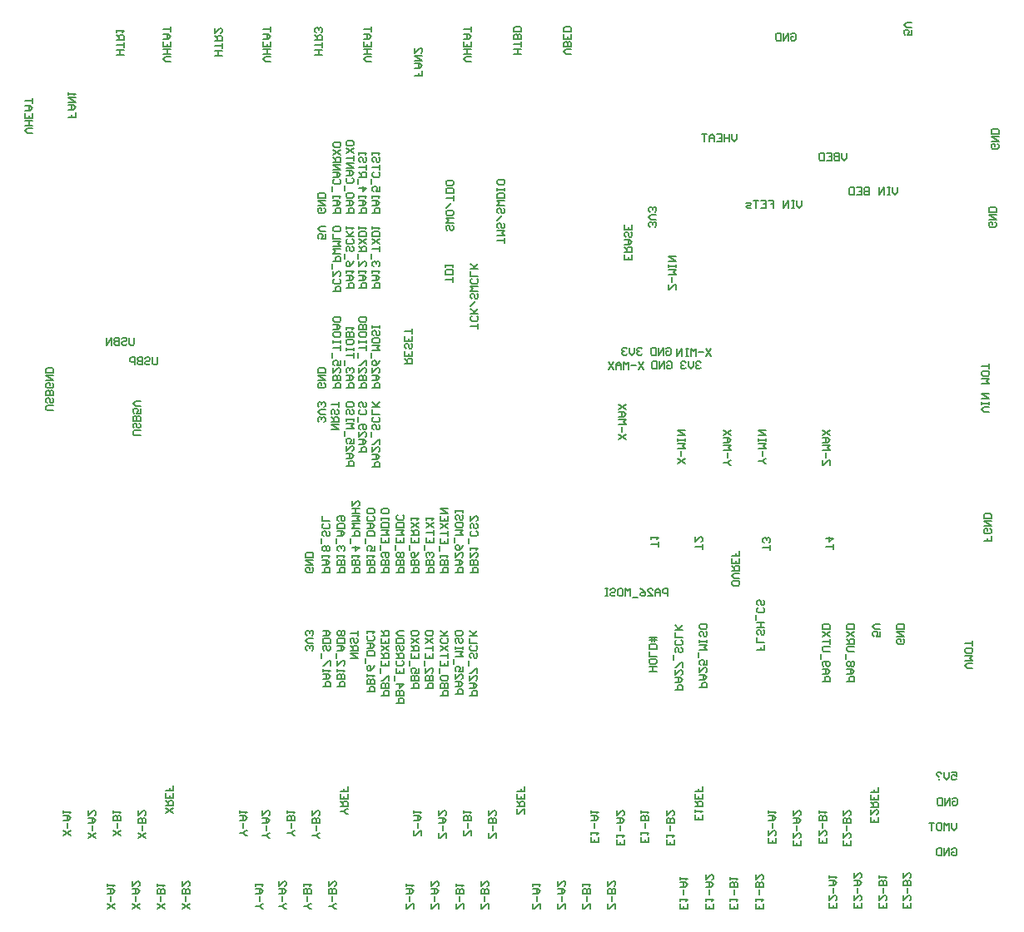
<source format=gbo>
G04 Layer_Color=32896*
%FSLAX24Y24*%
%MOIN*%
G70*
G01*
G75*
%ADD125C,0.0060*%
D125*
X32200Y30630D02*
Y30430D01*
X32100Y30330D01*
X32000Y30430D01*
Y30630D01*
X31900D02*
X31800D01*
X31850D01*
Y30330D01*
X31900D01*
X31800D01*
X31650D02*
Y30630D01*
X31450Y30330D01*
Y30630D01*
X30850D02*
X31050D01*
Y30480D01*
X30950D01*
X31050D01*
Y30330D01*
X30551Y30630D02*
X30750D01*
Y30330D01*
X30551D01*
X30750Y30480D02*
X30650D01*
X30451Y30630D02*
X30251D01*
X30351D01*
Y30330D01*
X30151D02*
X30001D01*
X29951Y30380D01*
X30001Y30430D01*
X30101D01*
X30151Y30480D01*
X30101Y30530D01*
X29951D01*
X36030Y31160D02*
Y30960D01*
X35930Y30860D01*
X35830Y30960D01*
Y31160D01*
X35730D02*
X35630D01*
X35680D01*
Y30860D01*
X35730D01*
X35630D01*
X35480D02*
Y31160D01*
X35280Y30860D01*
Y31160D01*
X34880D02*
Y30860D01*
X34730D01*
X34680Y30910D01*
Y30960D01*
X34730Y31010D01*
X34880D01*
X34730D01*
X34680Y31060D01*
Y31110D01*
X34730Y31160D01*
X34880D01*
X34381D02*
X34580D01*
Y30860D01*
X34381D01*
X34580Y31010D02*
X34481D01*
X34281Y31160D02*
Y30860D01*
X34131D01*
X34081Y30910D01*
Y31110D01*
X34131Y31160D01*
X34281D01*
X38206Y6657D02*
X38256Y6707D01*
X38356D01*
X38406Y6657D01*
Y6457D01*
X38356Y6407D01*
X38256D01*
X38206Y6457D01*
Y6557D01*
X38306D01*
X38106Y6407D02*
Y6707D01*
X37906Y6407D01*
Y6707D01*
X37806D02*
Y6407D01*
X37656D01*
X37606Y6457D01*
Y6657D01*
X37656Y6707D01*
X37806D01*
X1390Y33330D02*
X1190D01*
X1090Y33430D01*
X1190Y33530D01*
X1390D01*
Y33630D02*
X1090D01*
X1240D01*
Y33830D01*
X1390D01*
X1090D01*
X1390Y34130D02*
Y33930D01*
X1090D01*
Y34130D01*
X1240Y33930D02*
Y34030D01*
X1090Y34230D02*
X1290D01*
X1390Y34330D01*
X1290Y34430D01*
X1090D01*
X1240D01*
Y34230D01*
X1390Y34530D02*
Y34730D01*
Y34630D01*
X1090D01*
X2927Y5191D02*
X2627Y5391D01*
X2927D02*
X2627Y5191D01*
X2777Y5491D02*
Y5691D01*
X2627Y5791D02*
X2827D01*
X2927Y5891D01*
X2827Y5991D01*
X2627D01*
X2777D01*
Y5791D01*
X2627Y6091D02*
Y6191D01*
Y6141D01*
X2927D01*
X2877Y6091D01*
X3927Y5091D02*
X3627Y5291D01*
X3927D02*
X3627Y5091D01*
X3777Y5391D02*
Y5591D01*
X3627Y5691D02*
X3827D01*
X3927Y5791D01*
X3827Y5891D01*
X3627D01*
X3777D01*
Y5691D01*
X3627Y6191D02*
Y5991D01*
X3827Y6191D01*
X3877D01*
X3927Y6141D01*
Y6041D01*
X3877Y5991D01*
X4927Y5191D02*
X4627Y5391D01*
X4927D02*
X4627Y5191D01*
X4777Y5491D02*
Y5691D01*
X4927Y5791D02*
X4627D01*
Y5941D01*
X4677Y5991D01*
X4727D01*
X4777Y5941D01*
Y5791D01*
Y5941D01*
X4827Y5991D01*
X4877D01*
X4927Y5941D01*
Y5791D01*
X4627Y6091D02*
Y6191D01*
Y6141D01*
X4927D01*
X4877Y6091D01*
X5927Y5091D02*
X5627Y5291D01*
X5927D02*
X5627Y5091D01*
X5777Y5391D02*
Y5591D01*
X5927Y5691D02*
X5627D01*
Y5841D01*
X5677Y5891D01*
X5727D01*
X5777Y5841D01*
Y5691D01*
Y5841D01*
X5827Y5891D01*
X5877D01*
X5927Y5841D01*
Y5691D01*
X5627Y6191D02*
Y5991D01*
X5827Y6191D01*
X5877D01*
X5927Y6141D01*
Y6041D01*
X5877Y5991D01*
X12892Y5091D02*
X12842D01*
X12742Y5191D01*
X12842Y5291D01*
X12892D01*
X12742Y5191D02*
X12592D01*
X12742Y5391D02*
Y5591D01*
X12892Y5691D02*
X12592D01*
Y5841D01*
X12642Y5891D01*
X12692D01*
X12742Y5841D01*
Y5691D01*
Y5841D01*
X12792Y5891D01*
X12842D01*
X12892Y5841D01*
Y5691D01*
X12592Y6191D02*
Y5991D01*
X12792Y6191D01*
X12842D01*
X12892Y6141D01*
Y6041D01*
X12842Y5991D01*
X11892Y5191D02*
X11842D01*
X11742Y5291D01*
X11842Y5391D01*
X11892D01*
X11742Y5291D02*
X11592D01*
X11742Y5491D02*
Y5691D01*
X11892Y5791D02*
X11592D01*
Y5941D01*
X11642Y5991D01*
X11692D01*
X11742Y5941D01*
Y5791D01*
Y5941D01*
X11792Y5991D01*
X11842D01*
X11892Y5941D01*
Y5791D01*
X11592Y6091D02*
Y6191D01*
Y6141D01*
X11892D01*
X11842Y6091D01*
X10892Y5091D02*
X10842D01*
X10742Y5191D01*
X10842Y5291D01*
X10892D01*
X10742Y5191D02*
X10592D01*
X10742Y5391D02*
Y5591D01*
X10592Y5691D02*
X10792D01*
X10892Y5791D01*
X10792Y5891D01*
X10592D01*
X10742D01*
Y5691D01*
X10592Y6191D02*
Y5991D01*
X10792Y6191D01*
X10842D01*
X10892Y6141D01*
Y6041D01*
X10842Y5991D01*
X9970Y5191D02*
X9920D01*
X9820Y5291D01*
X9920Y5391D01*
X9970D01*
X9820Y5291D02*
X9670D01*
X9820Y5491D02*
Y5691D01*
X9670Y5791D02*
X9870D01*
X9970Y5891D01*
X9870Y5991D01*
X9670D01*
X9820D01*
Y5791D01*
X9670Y6091D02*
Y6191D01*
Y6141D01*
X9970D01*
X9920Y6091D01*
X19962Y5091D02*
Y5291D01*
X19912D01*
X19712Y5091D01*
X19662D01*
Y5291D01*
X19812Y5391D02*
Y5591D01*
X19962Y5691D02*
X19662D01*
Y5841D01*
X19712Y5891D01*
X19762D01*
X19812Y5841D01*
Y5691D01*
Y5841D01*
X19862Y5891D01*
X19912D01*
X19962Y5841D01*
Y5691D01*
X19662Y6191D02*
Y5991D01*
X19862Y6191D01*
X19912D01*
X19962Y6141D01*
Y6041D01*
X19912Y5991D01*
X18962Y5191D02*
Y5391D01*
X18912D01*
X18712Y5191D01*
X18662D01*
Y5391D01*
X18812Y5491D02*
Y5691D01*
X18962Y5791D02*
X18662D01*
Y5941D01*
X18712Y5991D01*
X18762D01*
X18812Y5941D01*
Y5791D01*
Y5941D01*
X18862Y5991D01*
X18912D01*
X18962Y5941D01*
Y5791D01*
X18662Y6091D02*
Y6191D01*
Y6141D01*
X18962D01*
X18912Y6091D01*
X17962Y5091D02*
Y5291D01*
X17912D01*
X17712Y5091D01*
X17662D01*
Y5291D01*
X17812Y5391D02*
Y5591D01*
X17662Y5691D02*
X17862D01*
X17962Y5791D01*
X17862Y5891D01*
X17662D01*
X17812D01*
Y5691D01*
X17662Y6191D02*
Y5991D01*
X17862Y6191D01*
X17912D01*
X17962Y6141D01*
Y6041D01*
X17912Y5991D01*
X16962Y5191D02*
Y5391D01*
X16912D01*
X16712Y5191D01*
X16662D01*
Y5391D01*
X16812Y5491D02*
Y5691D01*
X16662Y5791D02*
X16862D01*
X16962Y5891D01*
X16862Y5991D01*
X16662D01*
X16812D01*
Y5791D01*
X16662Y6091D02*
Y6191D01*
Y6141D01*
X16962D01*
X16912Y6091D01*
X27081Y5041D02*
Y4841D01*
X26781D01*
Y5041D01*
X26931Y4841D02*
Y4941D01*
X26781Y5141D02*
Y5241D01*
Y5191D01*
X27081D01*
X27031Y5141D01*
X26931Y5391D02*
Y5591D01*
X27081Y5691D02*
X26781D01*
Y5841D01*
X26831Y5891D01*
X26881D01*
X26931Y5841D01*
Y5691D01*
Y5841D01*
X26981Y5891D01*
X27031D01*
X27081Y5841D01*
Y5691D01*
X26781Y6191D02*
Y5991D01*
X26981Y6191D01*
X27031D01*
X27081Y6141D01*
Y6041D01*
X27031Y5991D01*
X26058Y5141D02*
Y4941D01*
X25758D01*
Y5141D01*
X25908Y4941D02*
Y5041D01*
X25758Y5241D02*
Y5341D01*
Y5291D01*
X26058D01*
X26008Y5241D01*
X25908Y5491D02*
Y5691D01*
X26058Y5791D02*
X25758D01*
Y5941D01*
X25808Y5991D01*
X25858D01*
X25908Y5941D01*
Y5791D01*
Y5941D01*
X25958Y5991D01*
X26008D01*
X26058Y5941D01*
Y5791D01*
X25758Y6091D02*
Y6191D01*
Y6141D01*
X26058D01*
X26008Y6091D01*
X25074Y5041D02*
Y4841D01*
X24774D01*
Y5041D01*
X24924Y4841D02*
Y4941D01*
X24774Y5141D02*
Y5241D01*
Y5191D01*
X25074D01*
X25024Y5141D01*
X24924Y5391D02*
Y5591D01*
X24774Y5691D02*
X24974D01*
X25074Y5791D01*
X24974Y5891D01*
X24774D01*
X24924D01*
Y5691D01*
X24774Y6191D02*
Y5991D01*
X24974Y6191D01*
X25024D01*
X25074Y6141D01*
Y6041D01*
X25024Y5991D01*
X24050Y5141D02*
Y4941D01*
X23750D01*
Y5141D01*
X23900Y4941D02*
Y5041D01*
X23750Y5241D02*
Y5341D01*
Y5291D01*
X24050D01*
X24000Y5241D01*
X23900Y5491D02*
Y5691D01*
X23750Y5791D02*
X23950D01*
X24050Y5891D01*
X23950Y5991D01*
X23750D01*
X23900D01*
Y5791D01*
X23750Y6091D02*
Y6191D01*
Y6141D01*
X24050D01*
X24000Y6091D01*
X34138Y4984D02*
Y4784D01*
X33839D01*
Y4984D01*
X33989Y4784D02*
Y4884D01*
X33839Y5284D02*
Y5084D01*
X34039Y5284D01*
X34088D01*
X34138Y5234D01*
Y5134D01*
X34088Y5084D01*
X33989Y5383D02*
Y5583D01*
X34138Y5683D02*
X33839D01*
Y5833D01*
X33889Y5883D01*
X33939D01*
X33989Y5833D01*
Y5683D01*
Y5833D01*
X34039Y5883D01*
X34088D01*
X34138Y5833D01*
Y5683D01*
X33839Y6183D02*
Y5983D01*
X34039Y6183D01*
X34088D01*
X34138Y6133D01*
Y6033D01*
X34088Y5983D01*
X33174Y5084D02*
Y4884D01*
X32874D01*
Y5084D01*
X33024Y4884D02*
Y4984D01*
X32874Y5383D02*
Y5184D01*
X33074Y5383D01*
X33124D01*
X33174Y5333D01*
Y5234D01*
X33124Y5184D01*
X33024Y5483D02*
Y5683D01*
X33174Y5783D02*
X32874D01*
Y5933D01*
X32924Y5983D01*
X32974D01*
X33024Y5933D01*
Y5783D01*
Y5933D01*
X33074Y5983D01*
X33124D01*
X33174Y5933D01*
Y5783D01*
X32874Y6083D02*
Y6183D01*
Y6133D01*
X33174D01*
X33124Y6083D01*
X32150Y4984D02*
Y4784D01*
X31850D01*
Y4984D01*
X32000Y4784D02*
Y4884D01*
X31850Y5284D02*
Y5084D01*
X32050Y5284D01*
X32100D01*
X32150Y5234D01*
Y5134D01*
X32100Y5084D01*
X32000Y5383D02*
Y5583D01*
X31850Y5683D02*
X32050D01*
X32150Y5783D01*
X32050Y5883D01*
X31850D01*
X32000D01*
Y5683D01*
X31850Y6183D02*
Y5983D01*
X32050Y6183D01*
X32100D01*
X32150Y6133D01*
Y6033D01*
X32100Y5983D01*
X31164Y5084D02*
Y4884D01*
X30864D01*
Y5084D01*
X31014Y4884D02*
Y4984D01*
X30864Y5383D02*
Y5184D01*
X31064Y5383D01*
X31114D01*
X31164Y5333D01*
Y5234D01*
X31114Y5184D01*
X31014Y5483D02*
Y5683D01*
X30864Y5783D02*
X31064D01*
X31164Y5883D01*
X31064Y5983D01*
X30864D01*
X31014D01*
Y5783D01*
X30864Y6083D02*
Y6183D01*
Y6133D01*
X31164D01*
X31114Y6083D01*
X2229Y22215D02*
X1979D01*
X1929Y22265D01*
Y22365D01*
X1979Y22415D01*
X2229D01*
X2179Y22714D02*
X2229Y22664D01*
Y22564D01*
X2179Y22514D01*
X2129D01*
X2079Y22564D01*
Y22664D01*
X2029Y22714D01*
X1979D01*
X1929Y22664D01*
Y22564D01*
X1979Y22514D01*
X2229Y22814D02*
X1929D01*
Y22964D01*
X1979Y23014D01*
X2029D01*
X2079Y22964D01*
Y22814D01*
Y22964D01*
X2129Y23014D01*
X2179D01*
X2229Y22964D01*
Y22814D01*
X2179Y23314D02*
X2229Y23264D01*
Y23164D01*
X2179Y23114D01*
X1979D01*
X1929Y23164D01*
Y23264D01*
X1979Y23314D01*
X2079D01*
Y23214D01*
X1929Y23414D02*
X2229D01*
X1929Y23614D01*
X2229D01*
Y23714D02*
X1929D01*
Y23864D01*
X1979Y23914D01*
X2179D01*
X2229Y23864D01*
Y23714D01*
X5713Y21211D02*
X5463D01*
X5413Y21261D01*
Y21361D01*
X5463Y21411D01*
X5713D01*
X5663Y21710D02*
X5713Y21660D01*
Y21561D01*
X5663Y21511D01*
X5613D01*
X5563Y21561D01*
Y21660D01*
X5513Y21710D01*
X5463D01*
X5413Y21660D01*
Y21561D01*
X5463Y21511D01*
X5713Y21810D02*
X5413D01*
Y21960D01*
X5463Y22010D01*
X5513D01*
X5563Y21960D01*
Y21810D01*
Y21960D01*
X5613Y22010D01*
X5663D01*
X5713Y21960D01*
Y21810D01*
Y22310D02*
Y22110D01*
X5563D01*
X5613Y22210D01*
Y22260D01*
X5563Y22310D01*
X5463D01*
X5413Y22260D01*
Y22160D01*
X5463Y22110D01*
X5713Y22410D02*
X5513D01*
X5413Y22510D01*
X5513Y22610D01*
X5713D01*
X6398Y24355D02*
Y24105D01*
X6348Y24055D01*
X6248D01*
X6198Y24105D01*
Y24355D01*
X5898Y24305D02*
X5948Y24355D01*
X6048D01*
X6098Y24305D01*
Y24255D01*
X6048Y24205D01*
X5948D01*
X5898Y24155D01*
Y24105D01*
X5948Y24055D01*
X6048D01*
X6098Y24105D01*
X5798Y24355D02*
Y24055D01*
X5648D01*
X5598Y24105D01*
Y24155D01*
X5648Y24205D01*
X5798D01*
X5648D01*
X5598Y24255D01*
Y24305D01*
X5648Y24355D01*
X5798D01*
X5498Y24055D02*
Y24355D01*
X5348D01*
X5298Y24305D01*
Y24205D01*
X5348Y24155D01*
X5498D01*
X40020Y32910D02*
X40070Y32860D01*
Y32760D01*
X40020Y32710D01*
X39820D01*
X39770Y32760D01*
Y32860D01*
X39820Y32910D01*
X39920D01*
Y32810D01*
X39770Y33010D02*
X40070D01*
X39770Y33210D01*
X40070D01*
Y33310D02*
X39770D01*
Y33460D01*
X39820Y33510D01*
X40020D01*
X40070Y33460D01*
Y33310D01*
X28550Y24710D02*
X28350Y24410D01*
Y24710D02*
X28550Y24410D01*
X28250Y24560D02*
X28050D01*
X27950Y24410D02*
Y24710D01*
X27850Y24610D01*
X27750Y24710D01*
Y24410D01*
X27650Y24710D02*
X27550D01*
X27600D01*
Y24410D01*
X27650D01*
X27550D01*
X27400D02*
Y24710D01*
X27200Y24410D01*
Y24710D01*
X17719Y10807D02*
X18018D01*
Y10957D01*
X17968Y11007D01*
X17869D01*
X17819Y10957D01*
Y10807D01*
X18018Y11107D02*
X17719D01*
Y11257D01*
X17769Y11307D01*
X17819D01*
X17869Y11257D01*
Y11107D01*
Y11257D01*
X17919Y11307D01*
X17968D01*
X18018Y11257D01*
Y11107D01*
X17968Y11407D02*
X18018Y11457D01*
Y11557D01*
X17968Y11607D01*
X17769D01*
X17719Y11557D01*
Y11457D01*
X17769Y11407D01*
X17968D01*
X17669Y11707D02*
Y11907D01*
X18018Y12207D02*
Y12007D01*
X17719D01*
Y12207D01*
X17869Y12007D02*
Y12107D01*
X18018Y12307D02*
Y12507D01*
Y12407D01*
X17719D01*
X18018Y12607D02*
X17719Y12807D01*
X18018D02*
X17719Y12607D01*
X17968Y13106D02*
X18018Y13056D01*
Y12957D01*
X17968Y12907D01*
X17769D01*
X17719Y12957D01*
Y13056D01*
X17769Y13106D01*
X18018Y13206D02*
X17719D01*
X17819D01*
X18018Y13406D01*
X17869Y13256D01*
X17719Y13406D01*
X17129Y11107D02*
X17429D01*
Y11257D01*
X17379Y11307D01*
X17279D01*
X17229Y11257D01*
Y11107D01*
X17429Y11407D02*
X17129D01*
Y11557D01*
X17179Y11607D01*
X17229D01*
X17279Y11557D01*
Y11407D01*
Y11557D01*
X17329Y11607D01*
X17379D01*
X17429Y11557D01*
Y11407D01*
X17129Y11907D02*
Y11707D01*
X17329Y11907D01*
X17379D01*
X17429Y11857D01*
Y11757D01*
X17379Y11707D01*
X17079Y12007D02*
Y12207D01*
X17429Y12507D02*
Y12307D01*
X17129D01*
Y12507D01*
X17279Y12307D02*
Y12407D01*
X17429Y12607D02*
Y12807D01*
Y12707D01*
X17129D01*
X17429Y12907D02*
X17129Y13106D01*
X17429D02*
X17129Y12907D01*
X17379Y13206D02*
X17429Y13256D01*
Y13356D01*
X17379Y13406D01*
X17179D01*
X17129Y13356D01*
Y13256D01*
X17179Y13206D01*
X17379D01*
X16540Y11107D02*
X16839D01*
Y11257D01*
X16789Y11307D01*
X16689D01*
X16639Y11257D01*
Y11107D01*
X16839Y11407D02*
X16540D01*
Y11557D01*
X16589Y11607D01*
X16639D01*
X16689Y11557D01*
Y11407D01*
Y11557D01*
X16739Y11607D01*
X16789D01*
X16839Y11557D01*
Y11407D01*
Y11907D02*
Y11707D01*
X16689D01*
X16739Y11807D01*
Y11857D01*
X16689Y11907D01*
X16589D01*
X16540Y11857D01*
Y11757D01*
X16589Y11707D01*
X16490Y12007D02*
Y12207D01*
X16839Y12507D02*
Y12307D01*
X16540D01*
Y12507D01*
X16689Y12307D02*
Y12407D01*
X16540Y12607D02*
X16839D01*
Y12757D01*
X16789Y12807D01*
X16689D01*
X16639Y12757D01*
Y12607D01*
Y12707D02*
X16540Y12807D01*
X16839Y12907D02*
X16540Y13106D01*
X16839D02*
X16540Y12907D01*
X16789Y13206D02*
X16839Y13256D01*
Y13356D01*
X16789Y13406D01*
X16589D01*
X16540Y13356D01*
Y13256D01*
X16589Y13206D01*
X16789D01*
X15950Y10507D02*
X16250D01*
Y10657D01*
X16200Y10707D01*
X16100D01*
X16050Y10657D01*
Y10507D01*
X16250Y10807D02*
X15950D01*
Y10957D01*
X16000Y11007D01*
X16050D01*
X16100Y10957D01*
Y10807D01*
Y10957D01*
X16150Y11007D01*
X16200D01*
X16250Y10957D01*
Y10807D01*
X15950Y11257D02*
X16250D01*
X16100Y11107D01*
Y11307D01*
X15900Y11407D02*
Y11607D01*
X16250Y11907D02*
Y11707D01*
X15950D01*
Y11907D01*
X16100Y11707D02*
Y11807D01*
X16200Y12207D02*
X16250Y12157D01*
Y12057D01*
X16200Y12007D01*
X16000D01*
X15950Y12057D01*
Y12157D01*
X16000Y12207D01*
X15950Y12307D02*
X16250D01*
Y12457D01*
X16200Y12507D01*
X16100D01*
X16050Y12457D01*
Y12307D01*
Y12407D02*
X15950Y12507D01*
X16200Y12807D02*
X16250Y12757D01*
Y12657D01*
X16200Y12607D01*
X16150D01*
X16100Y12657D01*
Y12757D01*
X16050Y12807D01*
X16000D01*
X15950Y12757D01*
Y12657D01*
X16000Y12607D01*
X16250Y12907D02*
X15950D01*
Y13056D01*
X16000Y13106D01*
X16200D01*
X16250Y13056D01*
Y12907D01*
Y13206D02*
X16050D01*
X15950Y13306D01*
X16050Y13406D01*
X16250D01*
X15360Y10807D02*
X15660D01*
Y10957D01*
X15610Y11007D01*
X15510D01*
X15460Y10957D01*
Y10807D01*
X15660Y11107D02*
X15360D01*
Y11257D01*
X15410Y11307D01*
X15460D01*
X15510Y11257D01*
Y11107D01*
Y11257D01*
X15560Y11307D01*
X15610D01*
X15660Y11257D01*
Y11107D01*
Y11407D02*
Y11607D01*
X15610D01*
X15410Y11407D01*
X15360D01*
X15310Y11707D02*
Y11907D01*
X15660Y12207D02*
Y12007D01*
X15360D01*
Y12207D01*
X15510Y12007D02*
Y12107D01*
X15360Y12307D02*
X15660D01*
Y12457D01*
X15610Y12507D01*
X15510D01*
X15460Y12457D01*
Y12307D01*
Y12407D02*
X15360Y12507D01*
X15660Y12607D02*
X15360Y12807D01*
X15660D02*
X15360Y12607D01*
X15660Y13106D02*
Y12907D01*
X15360D01*
Y13106D01*
X15510Y12907D02*
Y13007D01*
X15360Y13206D02*
X15660D01*
Y13356D01*
X15610Y13406D01*
X15510D01*
X15460Y13356D01*
Y13206D01*
Y13306D02*
X15360Y13406D01*
X18308Y10857D02*
X18608D01*
Y11007D01*
X18558Y11057D01*
X18458D01*
X18408Y11007D01*
Y10857D01*
X18308Y11157D02*
X18508D01*
X18608Y11257D01*
X18508Y11357D01*
X18308D01*
X18458D01*
Y11157D01*
X18308Y11657D02*
Y11457D01*
X18508Y11657D01*
X18558D01*
X18608Y11607D01*
Y11507D01*
X18558Y11457D01*
X18608Y11957D02*
Y11757D01*
X18458D01*
X18508Y11857D01*
Y11907D01*
X18458Y11957D01*
X18358D01*
X18308Y11907D01*
Y11807D01*
X18358Y11757D01*
X18258Y12057D02*
Y12257D01*
X18308Y12357D02*
X18608D01*
X18508Y12457D01*
X18608Y12557D01*
X18308D01*
X18608Y12657D02*
Y12757D01*
Y12707D01*
X18308D01*
Y12657D01*
Y12757D01*
X18558Y13106D02*
X18608Y13056D01*
Y12957D01*
X18558Y12907D01*
X18508D01*
X18458Y12957D01*
Y13056D01*
X18408Y13106D01*
X18358D01*
X18308Y13056D01*
Y12957D01*
X18358Y12907D01*
X18608Y13356D02*
Y13256D01*
X18558Y13206D01*
X18358D01*
X18308Y13256D01*
Y13356D01*
X18358Y13406D01*
X18558D01*
X18608Y13356D01*
X18898Y10807D02*
X19198D01*
Y10957D01*
X19148Y11007D01*
X19048D01*
X18998Y10957D01*
Y10807D01*
X18898Y11107D02*
X19098D01*
X19198Y11207D01*
X19098Y11307D01*
X18898D01*
X19048D01*
Y11107D01*
X18898Y11607D02*
Y11407D01*
X19098Y11607D01*
X19148D01*
X19198Y11557D01*
Y11457D01*
X19148Y11407D01*
X19198Y11707D02*
Y11907D01*
X19148D01*
X18948Y11707D01*
X18898D01*
X18848Y12007D02*
Y12207D01*
X19148Y12507D02*
X19198Y12457D01*
Y12357D01*
X19148Y12307D01*
X19098D01*
X19048Y12357D01*
Y12457D01*
X18998Y12507D01*
X18948D01*
X18898Y12457D01*
Y12357D01*
X18948Y12307D01*
X19148Y12807D02*
X19198Y12757D01*
Y12657D01*
X19148Y12607D01*
X18948D01*
X18898Y12657D01*
Y12757D01*
X18948Y12807D01*
X19198Y12907D02*
X18898D01*
Y13106D01*
X19198Y13206D02*
X18898D01*
X18998D01*
X19198Y13406D01*
X19048Y13256D01*
X18898Y13406D01*
X18910Y15738D02*
X19210D01*
Y15888D01*
X19160Y15938D01*
X19060D01*
X19010Y15888D01*
Y15738D01*
X19210Y16038D02*
X18910D01*
Y16188D01*
X18960Y16238D01*
X19010D01*
X19060Y16188D01*
Y16038D01*
Y16188D01*
X19110Y16238D01*
X19160D01*
X19210Y16188D01*
Y16038D01*
X18910Y16538D02*
Y16338D01*
X19110Y16538D01*
X19160D01*
X19210Y16488D01*
Y16388D01*
X19160Y16338D01*
X18910Y16638D02*
Y16738D01*
Y16688D01*
X19210D01*
X19160Y16638D01*
X18860Y16888D02*
Y17088D01*
X19160Y17388D02*
X19210Y17338D01*
Y17238D01*
X19160Y17188D01*
X18960D01*
X18910Y17238D01*
Y17338D01*
X18960Y17388D01*
X19160Y17688D02*
X19210Y17638D01*
Y17538D01*
X19160Y17488D01*
X19110D01*
X19060Y17538D01*
Y17638D01*
X19010Y17688D01*
X18960D01*
X18910Y17638D01*
Y17538D01*
X18960Y17488D01*
X18910Y17987D02*
Y17788D01*
X19110Y17987D01*
X19160D01*
X19210Y17937D01*
Y17838D01*
X19160Y17788D01*
X18318Y15738D02*
X18618D01*
Y15888D01*
X18568Y15938D01*
X18468D01*
X18418Y15888D01*
Y15738D01*
X18318Y16038D02*
X18518D01*
X18618Y16138D01*
X18518Y16238D01*
X18318D01*
X18468D01*
Y16038D01*
X18318Y16538D02*
Y16338D01*
X18518Y16538D01*
X18568D01*
X18618Y16488D01*
Y16388D01*
X18568Y16338D01*
X18618Y16838D02*
X18568Y16738D01*
X18468Y16638D01*
X18368D01*
X18318Y16688D01*
Y16788D01*
X18368Y16838D01*
X18418D01*
X18468Y16788D01*
Y16638D01*
X18268Y16938D02*
Y17138D01*
X18318Y17238D02*
X18618D01*
X18518Y17338D01*
X18618Y17438D01*
X18318D01*
X18618Y17688D02*
Y17588D01*
X18568Y17538D01*
X18368D01*
X18318Y17588D01*
Y17688D01*
X18368Y17738D01*
X18568D01*
X18618Y17688D01*
X18568Y18037D02*
X18618Y17987D01*
Y17887D01*
X18568Y17838D01*
X18518D01*
X18468Y17887D01*
Y17987D01*
X18418Y18037D01*
X18368D01*
X18318Y17987D01*
Y17887D01*
X18368Y17838D01*
X18618Y18137D02*
Y18237D01*
Y18187D01*
X18318D01*
Y18137D01*
Y18237D01*
X15361Y15738D02*
X15661D01*
Y15888D01*
X15611Y15938D01*
X15511D01*
X15461Y15888D01*
Y15738D01*
X15661Y16038D02*
X15361D01*
Y16188D01*
X15411Y16238D01*
X15461D01*
X15511Y16188D01*
Y16038D01*
Y16188D01*
X15561Y16238D01*
X15611D01*
X15661Y16188D01*
Y16038D01*
X15411Y16338D02*
X15361Y16388D01*
Y16488D01*
X15411Y16538D01*
X15611D01*
X15661Y16488D01*
Y16388D01*
X15611Y16338D01*
X15561D01*
X15511Y16388D01*
Y16538D01*
X15311Y16638D02*
Y16838D01*
X15661Y17138D02*
Y16938D01*
X15361D01*
Y17138D01*
X15511Y16938D02*
Y17038D01*
X15361Y17238D02*
X15661D01*
X15561Y17338D01*
X15661Y17438D01*
X15361D01*
X15661Y17538D02*
X15361D01*
Y17688D01*
X15411Y17738D01*
X15611D01*
X15661Y17688D01*
Y17538D01*
Y17838D02*
Y17937D01*
Y17887D01*
X15361D01*
Y17838D01*
Y17937D01*
X15661Y18237D02*
Y18137D01*
X15611Y18087D01*
X15411D01*
X15361Y18137D01*
Y18237D01*
X15411Y18287D01*
X15611D01*
X15661Y18237D01*
X15952Y15738D02*
X16252D01*
Y15888D01*
X16202Y15938D01*
X16102D01*
X16052Y15888D01*
Y15738D01*
X16252Y16038D02*
X15952D01*
Y16188D01*
X16002Y16238D01*
X16052D01*
X16102Y16188D01*
Y16038D01*
Y16188D01*
X16152Y16238D01*
X16202D01*
X16252Y16188D01*
Y16038D01*
X16202Y16338D02*
X16252Y16388D01*
Y16488D01*
X16202Y16538D01*
X16152D01*
X16102Y16488D01*
X16052Y16538D01*
X16002D01*
X15952Y16488D01*
Y16388D01*
X16002Y16338D01*
X16052D01*
X16102Y16388D01*
X16152Y16338D01*
X16202D01*
X16102Y16388D02*
Y16488D01*
X15902Y16638D02*
Y16838D01*
X16252Y17138D02*
Y16938D01*
X15952D01*
Y17138D01*
X16102Y16938D02*
Y17038D01*
X15952Y17238D02*
X16252D01*
X16152Y17338D01*
X16252Y17438D01*
X15952D01*
X16252Y17538D02*
X15952D01*
Y17688D01*
X16002Y17738D01*
X16202D01*
X16252Y17688D01*
Y17538D01*
X16202Y18037D02*
X16252Y17987D01*
Y17887D01*
X16202Y17838D01*
X16002D01*
X15952Y17887D01*
Y17987D01*
X16002Y18037D01*
X16544Y15738D02*
X16844D01*
Y15888D01*
X16794Y15938D01*
X16694D01*
X16644Y15888D01*
Y15738D01*
X16844Y16038D02*
X16544D01*
Y16188D01*
X16594Y16238D01*
X16644D01*
X16694Y16188D01*
Y16038D01*
Y16188D01*
X16744Y16238D01*
X16794D01*
X16844Y16188D01*
Y16038D01*
Y16538D02*
X16794Y16438D01*
X16694Y16338D01*
X16594D01*
X16544Y16388D01*
Y16488D01*
X16594Y16538D01*
X16644D01*
X16694Y16488D01*
Y16338D01*
X16494Y16638D02*
Y16838D01*
X16844Y17138D02*
Y16938D01*
X16544D01*
Y17138D01*
X16694Y16938D02*
Y17038D01*
X16544Y17238D02*
X16844D01*
Y17388D01*
X16794Y17438D01*
X16694D01*
X16644Y17388D01*
Y17238D01*
Y17338D02*
X16544Y17438D01*
X16844Y17538D02*
X16544Y17738D01*
X16844D02*
X16544Y17538D01*
Y17838D02*
Y17937D01*
Y17887D01*
X16844D01*
X16794Y17838D01*
X17135Y15738D02*
X17435D01*
Y15888D01*
X17385Y15938D01*
X17285D01*
X17235Y15888D01*
Y15738D01*
X17435Y16038D02*
X17135D01*
Y16188D01*
X17185Y16238D01*
X17235D01*
X17285Y16188D01*
Y16038D01*
Y16188D01*
X17335Y16238D01*
X17385D01*
X17435Y16188D01*
Y16038D01*
X17385Y16338D02*
X17435Y16388D01*
Y16488D01*
X17385Y16538D01*
X17335D01*
X17285Y16488D01*
Y16438D01*
Y16488D01*
X17235Y16538D01*
X17185D01*
X17135Y16488D01*
Y16388D01*
X17185Y16338D01*
X17085Y16638D02*
Y16838D01*
X17435Y17138D02*
Y16938D01*
X17135D01*
Y17138D01*
X17285Y16938D02*
Y17038D01*
X17435Y17238D02*
Y17438D01*
Y17338D01*
X17135D01*
X17435Y17538D02*
X17135Y17738D01*
X17435D02*
X17135Y17538D01*
Y17838D02*
Y17937D01*
Y17887D01*
X17435D01*
X17385Y17838D01*
X17727Y15738D02*
X18027D01*
Y15888D01*
X17977Y15938D01*
X17877D01*
X17827Y15888D01*
Y15738D01*
X18027Y16038D02*
X17727D01*
Y16188D01*
X17777Y16238D01*
X17827D01*
X17877Y16188D01*
Y16038D01*
Y16188D01*
X17927Y16238D01*
X17977D01*
X18027Y16188D01*
Y16038D01*
X17727Y16338D02*
Y16438D01*
Y16388D01*
X18027D01*
X17977Y16338D01*
X17677Y16588D02*
Y16788D01*
X18027Y17088D02*
Y16888D01*
X17727D01*
Y17088D01*
X17877Y16888D02*
Y16988D01*
X18027Y17188D02*
Y17388D01*
Y17288D01*
X17727D01*
X18027Y17488D02*
X17727Y17688D01*
X18027D02*
X17727Y17488D01*
X18027Y17987D02*
Y17788D01*
X17727D01*
Y17987D01*
X17877Y17788D02*
Y17887D01*
X17727Y18087D02*
X18027D01*
X17727Y18287D01*
X18027D01*
X29690Y15357D02*
Y15257D01*
X29640Y15207D01*
X29440D01*
X29390Y15257D01*
Y15357D01*
X29440Y15407D01*
X29640D01*
X29690Y15357D01*
Y15507D02*
X29490D01*
X29390Y15607D01*
X29490Y15707D01*
X29690D01*
X29390Y15806D02*
X29690D01*
Y15956D01*
X29640Y16006D01*
X29540D01*
X29490Y15956D01*
Y15806D01*
Y15906D02*
X29390Y16006D01*
X29690Y16306D02*
Y16106D01*
X29390D01*
Y16306D01*
X29540Y16106D02*
Y16206D01*
X29690Y16606D02*
Y16406D01*
X29540D01*
Y16506D01*
Y16406D01*
X29390D01*
X30920Y16614D02*
Y16814D01*
Y16714D01*
X30620D01*
X30870Y16914D02*
X30920Y16964D01*
Y17064D01*
X30870Y17114D01*
X30820D01*
X30770Y17064D01*
Y17014D01*
Y17064D01*
X30720Y17114D01*
X30670D01*
X30620Y17064D01*
Y16964D01*
X30670Y16914D01*
X28213Y16644D02*
Y16844D01*
Y16744D01*
X27913D01*
Y17144D02*
Y16944D01*
X28113Y17144D01*
X28163D01*
X28213Y17094D01*
Y16994D01*
X28163Y16944D01*
X26442Y16772D02*
Y16972D01*
Y16872D01*
X26142D01*
Y17072D02*
Y17172D01*
Y17122D01*
X26442D01*
X26392Y17072D01*
X33440Y16654D02*
Y16853D01*
Y16754D01*
X33140D01*
Y17103D02*
X33440D01*
X33290Y16953D01*
Y17153D01*
X6921Y36184D02*
X6721D01*
X6621Y36284D01*
X6721Y36384D01*
X6921D01*
Y36484D02*
X6621D01*
X6771D01*
Y36684D01*
X6921D01*
X6621D01*
X6921Y36984D02*
Y36784D01*
X6621D01*
Y36984D01*
X6771Y36784D02*
Y36884D01*
X6621Y37084D02*
X6821D01*
X6921Y37184D01*
X6821Y37283D01*
X6621D01*
X6771D01*
Y37084D01*
X6921Y37383D02*
Y37583D01*
Y37483D01*
X6621D01*
X28091Y11122D02*
X28390D01*
Y11272D01*
X28340Y11322D01*
X28240D01*
X28191Y11272D01*
Y11122D01*
X28091Y11422D02*
X28290D01*
X28390Y11522D01*
X28290Y11622D01*
X28091D01*
X28240D01*
Y11422D01*
X28091Y11922D02*
Y11722D01*
X28290Y11922D01*
X28340D01*
X28390Y11872D01*
Y11772D01*
X28340Y11722D01*
X28390Y12222D02*
Y12022D01*
X28240D01*
X28290Y12122D01*
Y12172D01*
X28240Y12222D01*
X28141D01*
X28091Y12172D01*
Y12072D01*
X28141Y12022D01*
X28041Y12322D02*
Y12522D01*
X28091Y12622D02*
X28390D01*
X28290Y12722D01*
X28390Y12822D01*
X28091D01*
X28390Y12921D02*
Y13021D01*
Y12971D01*
X28091D01*
Y12921D01*
Y13021D01*
X28340Y13371D02*
X28390Y13321D01*
Y13221D01*
X28340Y13171D01*
X28290D01*
X28240Y13221D01*
Y13321D01*
X28191Y13371D01*
X28141D01*
X28091Y13321D01*
Y13221D01*
X28141Y13171D01*
X28390Y13621D02*
Y13521D01*
X28340Y13471D01*
X28141D01*
X28091Y13521D01*
Y13621D01*
X28141Y13671D01*
X28340D01*
X28390Y13621D01*
X26821Y14793D02*
Y15093D01*
X26671D01*
X26621Y15043D01*
Y14943D01*
X26671Y14893D01*
X26821D01*
X26521Y14793D02*
Y14993D01*
X26421Y15093D01*
X26321Y14993D01*
Y14793D01*
Y14943D01*
X26521D01*
X26021Y14793D02*
X26221D01*
X26021Y14993D01*
Y15043D01*
X26071Y15093D01*
X26171D01*
X26221Y15043D01*
X25721Y15093D02*
X25821Y15043D01*
X25921Y14943D01*
Y14843D01*
X25871Y14793D01*
X25771D01*
X25721Y14843D01*
Y14893D01*
X25771Y14943D01*
X25921D01*
X25621Y14743D02*
X25421D01*
X25321Y14793D02*
Y15093D01*
X25221Y14993D01*
X25121Y15093D01*
Y14793D01*
X24871Y15093D02*
X24971D01*
X25021Y15043D01*
Y14843D01*
X24971Y14793D01*
X24871D01*
X24822Y14843D01*
Y15043D01*
X24871Y15093D01*
X24522Y15043D02*
X24572Y15093D01*
X24672D01*
X24722Y15043D01*
Y14993D01*
X24672Y14943D01*
X24572D01*
X24522Y14893D01*
Y14843D01*
X24572Y14793D01*
X24672D01*
X24722Y14843D01*
X24422Y15093D02*
X24322D01*
X24372D01*
Y14793D01*
X24422D01*
X24322D01*
X27106Y11014D02*
X27406D01*
Y11164D01*
X27356Y11214D01*
X27256D01*
X27206Y11164D01*
Y11014D01*
X27106Y11314D02*
X27306D01*
X27406Y11414D01*
X27306Y11514D01*
X27106D01*
X27256D01*
Y11314D01*
X27106Y11814D02*
Y11614D01*
X27306Y11814D01*
X27356D01*
X27406Y11764D01*
Y11664D01*
X27356Y11614D01*
X27406Y11913D02*
Y12113D01*
X27356D01*
X27156Y11913D01*
X27106D01*
X27056Y12213D02*
Y12413D01*
X27356Y12713D02*
X27406Y12663D01*
Y12563D01*
X27356Y12513D01*
X27306D01*
X27256Y12563D01*
Y12663D01*
X27206Y12713D01*
X27156D01*
X27106Y12663D01*
Y12563D01*
X27156Y12513D01*
X27356Y13013D02*
X27406Y12963D01*
Y12863D01*
X27356Y12813D01*
X27156D01*
X27106Y12863D01*
Y12963D01*
X27156Y13013D01*
X27406Y13113D02*
X27106D01*
Y13313D01*
X27406Y13413D02*
X27106D01*
X27206D01*
X27406Y13613D01*
X27256Y13463D01*
X27106Y13613D01*
X35241Y5938D02*
Y5738D01*
X34941D01*
Y5938D01*
X35091Y5738D02*
Y5838D01*
X34941Y6238D02*
Y6038D01*
X35141Y6238D01*
X35191D01*
X35241Y6188D01*
Y6088D01*
X35191Y6038D01*
X34941Y6338D02*
X35241D01*
Y6488D01*
X35191Y6538D01*
X35091D01*
X35041Y6488D01*
Y6338D01*
Y6438D02*
X34941Y6538D01*
X35241Y6838D02*
Y6638D01*
X34941D01*
Y6838D01*
X35091Y6638D02*
Y6738D01*
X35241Y7138D02*
Y6938D01*
X35091D01*
Y7038D01*
Y6938D01*
X34941D01*
X28203Y6027D02*
Y5827D01*
X27904D01*
Y6027D01*
X28053Y5827D02*
Y5927D01*
X27904Y6127D02*
Y6227D01*
Y6177D01*
X28203D01*
X28153Y6127D01*
X27904Y6377D02*
X28203D01*
Y6527D01*
X28153Y6577D01*
X28053D01*
X28004Y6527D01*
Y6377D01*
Y6477D02*
X27904Y6577D01*
X28203Y6876D02*
Y6676D01*
X27904D01*
Y6876D01*
X28053Y6676D02*
Y6776D01*
X28203Y7176D02*
Y6976D01*
X28053D01*
Y7076D01*
Y6976D01*
X27904D01*
X21097Y6053D02*
Y6253D01*
X21047D01*
X20847Y6053D01*
X20797D01*
Y6253D01*
Y6353D02*
X21097D01*
Y6503D01*
X21047Y6553D01*
X20947D01*
X20897Y6503D01*
Y6353D01*
Y6453D02*
X20797Y6553D01*
X21097Y6853D02*
Y6653D01*
X20797D01*
Y6853D01*
X20947Y6653D02*
Y6753D01*
X21097Y7153D02*
Y6953D01*
X20947D01*
Y7053D01*
Y6953D01*
X20797D01*
X14001Y6073D02*
X13951D01*
X13851Y6173D01*
X13951Y6273D01*
X14001D01*
X13851Y6173D02*
X13701D01*
Y6373D02*
X14001D01*
Y6523D01*
X13951Y6573D01*
X13851D01*
X13801Y6523D01*
Y6373D01*
Y6473D02*
X13701Y6573D01*
X14001Y6873D02*
Y6673D01*
X13701D01*
Y6873D01*
X13851Y6673D02*
Y6773D01*
X14001Y7172D02*
Y6973D01*
X13851D01*
Y7073D01*
Y6973D01*
X13701D01*
X7022Y6093D02*
X6722Y6292D01*
X7022D02*
X6722Y6093D01*
Y6392D02*
X7022D01*
Y6542D01*
X6972Y6592D01*
X6872D01*
X6822Y6542D01*
Y6392D01*
Y6492D02*
X6722Y6592D01*
X7022Y6892D02*
Y6692D01*
X6722D01*
Y6892D01*
X6872Y6692D02*
Y6792D01*
X7022Y7192D02*
Y6992D01*
X6872D01*
Y7092D01*
Y6992D01*
X6722D01*
X12583Y12607D02*
X12633Y12657D01*
Y12757D01*
X12583Y12807D01*
X12533D01*
X12483Y12757D01*
Y12707D01*
Y12757D01*
X12433Y12807D01*
X12383D01*
X12333Y12757D01*
Y12657D01*
X12383Y12607D01*
X12633Y12907D02*
X12433D01*
X12333Y13007D01*
X12433Y13106D01*
X12633D01*
X12583Y13206D02*
X12633Y13256D01*
Y13356D01*
X12583Y13406D01*
X12533D01*
X12483Y13356D01*
Y13306D01*
Y13356D01*
X12433Y13406D01*
X12383D01*
X12333Y13356D01*
Y13256D01*
X12383Y13206D01*
X33002Y11363D02*
X33302D01*
Y11513D01*
X33252Y11563D01*
X33152D01*
X33102Y11513D01*
Y11363D01*
X33002Y11663D02*
X33202D01*
X33302Y11763D01*
X33202Y11863D01*
X33002D01*
X33152D01*
Y11663D01*
X33052Y11963D02*
X33002Y12013D01*
Y12113D01*
X33052Y12163D01*
X33252D01*
X33302Y12113D01*
Y12013D01*
X33252Y11963D01*
X33202D01*
X33152Y12013D01*
Y12163D01*
X32952Y12263D02*
Y12463D01*
X33302Y12563D02*
X33052D01*
X33002Y12613D01*
Y12713D01*
X33052Y12763D01*
X33302D01*
Y12863D02*
Y13063D01*
Y12963D01*
X33002D01*
X33302Y13163D02*
X33002Y13363D01*
X33302D02*
X33002Y13163D01*
X33302Y13463D02*
X33002D01*
Y13613D01*
X33052Y13663D01*
X33252D01*
X33302Y13613D01*
Y13463D01*
X38176Y7721D02*
X38376D01*
Y7571D01*
X38276Y7621D01*
X38226D01*
X38176Y7571D01*
Y7471D01*
X38226Y7421D01*
X38326D01*
X38376Y7471D01*
X38076Y7721D02*
Y7521D01*
X37976Y7421D01*
X37876Y7521D01*
Y7721D01*
X37776Y7671D02*
X37726Y7721D01*
X37626D01*
X37576Y7671D01*
Y7621D01*
X37676Y7521D01*
Y7471D02*
Y7421D01*
X38386Y5694D02*
Y5494D01*
X38286Y5394D01*
X38186Y5494D01*
Y5694D01*
X38086Y5394D02*
Y5694D01*
X37986Y5594D01*
X37886Y5694D01*
Y5394D01*
X37636Y5694D02*
X37736D01*
X37786Y5644D01*
Y5444D01*
X37736Y5394D01*
X37636D01*
X37586Y5444D01*
Y5644D01*
X37636Y5694D01*
X37486D02*
X37286D01*
X37386D01*
Y5394D01*
X10930Y36184D02*
X10730D01*
X10630Y36284D01*
X10730Y36384D01*
X10930D01*
Y36484D02*
X10630D01*
X10780D01*
Y36684D01*
X10930D01*
X10630D01*
X10930Y36984D02*
Y36784D01*
X10630D01*
Y36984D01*
X10780Y36784D02*
Y36884D01*
X10630Y37084D02*
X10830D01*
X10930Y37184D01*
X10830Y37283D01*
X10630D01*
X10780D01*
Y37084D01*
X10930Y37383D02*
Y37583D01*
Y37483D01*
X10630D01*
X22957Y36484D02*
X22757D01*
X22657Y36584D01*
X22757Y36684D01*
X22957D01*
Y36784D02*
X22657D01*
Y36934D01*
X22707Y36984D01*
X22757D01*
X22807Y36934D01*
Y36784D01*
Y36934D01*
X22857Y36984D01*
X22907D01*
X22957Y36934D01*
Y36784D01*
Y37283D02*
Y37084D01*
X22657D01*
Y37283D01*
X22807Y37084D02*
Y37184D01*
X22957Y37383D02*
X22657D01*
Y37533D01*
X22707Y37583D01*
X22907D01*
X22957Y37533D01*
Y37383D01*
X18948Y36184D02*
X18748D01*
X18648Y36284D01*
X18748Y36384D01*
X18948D01*
Y36484D02*
X18648D01*
X18798D01*
Y36684D01*
X18948D01*
X18648D01*
X18948Y36984D02*
Y36784D01*
X18648D01*
Y36984D01*
X18798Y36784D02*
Y36884D01*
X18648Y37084D02*
X18848D01*
X18948Y37184D01*
X18848Y37283D01*
X18648D01*
X18798D01*
Y37084D01*
X18948Y37383D02*
Y37583D01*
Y37483D01*
X18648D01*
X14939Y36184D02*
X14739D01*
X14639Y36284D01*
X14739Y36384D01*
X14939D01*
Y36484D02*
X14639D01*
X14789D01*
Y36684D01*
X14939D01*
X14639D01*
X14939Y36984D02*
Y36784D01*
X14639D01*
Y36984D01*
X14789Y36784D02*
Y36884D01*
X14639Y37084D02*
X14839D01*
X14939Y37184D01*
X14839Y37283D01*
X14639D01*
X14789D01*
Y37084D01*
X14939Y37383D02*
Y37583D01*
Y37483D01*
X14639D01*
X29590Y33280D02*
Y33080D01*
X29490Y32980D01*
X29390Y33080D01*
Y33280D01*
X29290D02*
Y32980D01*
Y33130D01*
X29090D01*
Y33280D01*
Y32980D01*
X28790Y33280D02*
X28990D01*
Y32980D01*
X28790D01*
X28990Y33130D02*
X28890D01*
X28690Y32980D02*
Y33180D01*
X28590Y33280D01*
X28490Y33180D01*
Y32980D01*
Y33130D01*
X28690D01*
X28390Y33280D02*
X28190D01*
X28290D01*
Y32980D01*
X13115Y29282D02*
Y29082D01*
X12965D01*
X13015Y29182D01*
Y29232D01*
X12965Y29282D01*
X12865D01*
X12815Y29232D01*
Y29132D01*
X12865Y29082D01*
X13115Y29382D02*
X12915D01*
X12815Y29482D01*
X12915Y29582D01*
X13115D01*
X13419Y26983D02*
X13719D01*
Y27133D01*
X13669Y27183D01*
X13569D01*
X13519Y27133D01*
Y26983D01*
X13669Y27483D02*
X13719Y27433D01*
Y27333D01*
X13669Y27283D01*
X13469D01*
X13419Y27333D01*
Y27433D01*
X13469Y27483D01*
X13419Y27783D02*
Y27583D01*
X13619Y27783D01*
X13669D01*
X13719Y27733D01*
Y27633D01*
X13669Y27583D01*
X13369Y27883D02*
Y28083D01*
X13419Y28183D02*
X13719D01*
Y28333D01*
X13669Y28383D01*
X13569D01*
X13519Y28333D01*
Y28183D01*
X13719Y28483D02*
X13419D01*
X13519Y28583D01*
X13419Y28683D01*
X13719D01*
X13419Y28783D02*
X13719D01*
X13619Y28883D01*
X13719Y28983D01*
X13419D01*
X13719Y29082D02*
X13419D01*
Y29282D01*
X13669Y29382D02*
X13719Y29432D01*
Y29532D01*
X13669Y29582D01*
X13469D01*
X13419Y29532D01*
Y29432D01*
X13469Y29382D01*
X13669D01*
X13943Y27133D02*
X14243D01*
Y27283D01*
X14193Y27333D01*
X14093D01*
X14043Y27283D01*
Y27133D01*
X13943Y27433D02*
X14143D01*
X14243Y27533D01*
X14143Y27633D01*
X13943D01*
X14093D01*
Y27433D01*
X13943Y27733D02*
Y27833D01*
Y27783D01*
X14243D01*
X14193Y27733D01*
X14243Y28183D02*
X14193Y28083D01*
X14093Y27983D01*
X13993D01*
X13943Y28033D01*
Y28133D01*
X13993Y28183D01*
X14043D01*
X14093Y28133D01*
Y27983D01*
X13893Y28283D02*
Y28483D01*
X14193Y28783D02*
X14243Y28733D01*
Y28633D01*
X14193Y28583D01*
X14143D01*
X14093Y28633D01*
Y28733D01*
X14043Y28783D01*
X13993D01*
X13943Y28733D01*
Y28633D01*
X13993Y28583D01*
X14193Y29082D02*
X14243Y29032D01*
Y28933D01*
X14193Y28883D01*
X13993D01*
X13943Y28933D01*
Y29032D01*
X13993Y29082D01*
X14243Y29182D02*
X13943D01*
X14043D01*
X14243Y29382D01*
X14093Y29232D01*
X13943Y29382D01*
Y29482D02*
Y29582D01*
Y29532D01*
X14243D01*
X14193Y29482D01*
X14466Y27133D02*
X14766D01*
Y27283D01*
X14716Y27333D01*
X14616D01*
X14566Y27283D01*
Y27133D01*
X14466Y27433D02*
X14666D01*
X14766Y27533D01*
X14666Y27633D01*
X14466D01*
X14616D01*
Y27433D01*
X14466Y27733D02*
Y27833D01*
Y27783D01*
X14766D01*
X14716Y27733D01*
X14466Y28183D02*
Y27983D01*
X14666Y28183D01*
X14716D01*
X14766Y28133D01*
Y28033D01*
X14716Y27983D01*
X14416Y28283D02*
Y28483D01*
X14466Y28583D02*
X14766D01*
Y28733D01*
X14716Y28783D01*
X14616D01*
X14566Y28733D01*
Y28583D01*
Y28683D02*
X14466Y28783D01*
X14766Y28883D02*
X14466Y29082D01*
X14766D02*
X14466Y28883D01*
X14766Y29182D02*
X14466D01*
Y29332D01*
X14516Y29382D01*
X14716D01*
X14766Y29332D01*
Y29182D01*
X14466Y29482D02*
Y29582D01*
Y29532D01*
X14766D01*
X14716Y29482D01*
X14990Y27133D02*
X15290D01*
Y27283D01*
X15240Y27333D01*
X15140D01*
X15090Y27283D01*
Y27133D01*
X14990Y27433D02*
X15190D01*
X15290Y27533D01*
X15190Y27633D01*
X14990D01*
X15140D01*
Y27433D01*
X14990Y27733D02*
Y27833D01*
Y27783D01*
X15290D01*
X15240Y27733D01*
Y27983D02*
X15290Y28033D01*
Y28133D01*
X15240Y28183D01*
X15190D01*
X15140Y28133D01*
Y28083D01*
Y28133D01*
X15090Y28183D01*
X15040D01*
X14990Y28133D01*
Y28033D01*
X15040Y27983D01*
X14940Y28283D02*
Y28483D01*
X15290Y28583D02*
Y28783D01*
Y28683D01*
X14990D01*
X15290Y28883D02*
X14990Y29082D01*
X15290D02*
X14990Y28883D01*
X15290Y29182D02*
X14990D01*
Y29332D01*
X15040Y29382D01*
X15240D01*
X15290Y29332D01*
Y29182D01*
X14990Y29482D02*
Y29582D01*
Y29532D01*
X15290D01*
X15240Y29482D01*
X14990Y30128D02*
X15290D01*
Y30278D01*
X15240Y30328D01*
X15140D01*
X15090Y30278D01*
Y30128D01*
X14990Y30428D02*
X15190D01*
X15290Y30528D01*
X15190Y30628D01*
X14990D01*
X15140D01*
Y30428D01*
X14990Y30728D02*
Y30828D01*
Y30778D01*
X15290D01*
X15240Y30728D01*
X15290Y31178D02*
Y30978D01*
X15140D01*
X15190Y31078D01*
Y31128D01*
X15140Y31178D01*
X15040D01*
X14990Y31128D01*
Y31028D01*
X15040Y30978D01*
X14940Y31278D02*
Y31478D01*
X15240Y31777D02*
X15290Y31727D01*
Y31627D01*
X15240Y31577D01*
X15040D01*
X14990Y31627D01*
Y31727D01*
X15040Y31777D01*
X15290Y31877D02*
Y32077D01*
Y31977D01*
X14990D01*
X15240Y32377D02*
X15290Y32327D01*
Y32227D01*
X15240Y32177D01*
X15190D01*
X15140Y32227D01*
Y32327D01*
X15090Y32377D01*
X15040D01*
X14990Y32327D01*
Y32227D01*
X15040Y32177D01*
X14990Y32477D02*
Y32577D01*
Y32527D01*
X15290D01*
X15240Y32477D01*
X14466Y30128D02*
X14766D01*
Y30278D01*
X14716Y30328D01*
X14616D01*
X14566Y30278D01*
Y30128D01*
X14466Y30428D02*
X14666D01*
X14766Y30528D01*
X14666Y30628D01*
X14466D01*
X14616D01*
Y30428D01*
X14466Y30728D02*
Y30828D01*
Y30778D01*
X14766D01*
X14716Y30728D01*
X14466Y31128D02*
X14766D01*
X14616Y30978D01*
Y31178D01*
X14416Y31278D02*
Y31478D01*
X14466Y31577D02*
X14766D01*
Y31727D01*
X14716Y31777D01*
X14616D01*
X14566Y31727D01*
Y31577D01*
Y31677D02*
X14466Y31777D01*
X14766Y31877D02*
Y32077D01*
Y31977D01*
X14466D01*
X14716Y32377D02*
X14766Y32327D01*
Y32227D01*
X14716Y32177D01*
X14666D01*
X14616Y32227D01*
Y32327D01*
X14566Y32377D01*
X14516D01*
X14466Y32327D01*
Y32227D01*
X14516Y32177D01*
X14466Y32477D02*
Y32577D01*
Y32527D01*
X14766D01*
X14716Y32477D01*
X13943Y30128D02*
X14243D01*
Y30278D01*
X14193Y30328D01*
X14093D01*
X14043Y30278D01*
Y30128D01*
X13943Y30428D02*
X14143D01*
X14243Y30528D01*
X14143Y30628D01*
X13943D01*
X14093D01*
Y30428D01*
X14193Y30728D02*
X14243Y30778D01*
Y30878D01*
X14193Y30928D01*
X13993D01*
X13943Y30878D01*
Y30778D01*
X13993Y30728D01*
X14193D01*
X13893Y31028D02*
Y31228D01*
X14193Y31528D02*
X14243Y31478D01*
Y31378D01*
X14193Y31328D01*
X13993D01*
X13943Y31378D01*
Y31478D01*
X13993Y31528D01*
X13943Y31627D02*
X14143D01*
X14243Y31727D01*
X14143Y31827D01*
X13943D01*
X14093D01*
Y31627D01*
X13943Y31927D02*
X14243D01*
X13943Y32127D01*
X14243D01*
Y32227D02*
Y32427D01*
Y32327D01*
X13943D01*
X14243Y32527D02*
X13943Y32727D01*
X14243D02*
X13943Y32527D01*
X14193Y32827D02*
X14243Y32877D01*
Y32977D01*
X14193Y33027D01*
X13993D01*
X13943Y32977D01*
Y32877D01*
X13993Y32827D01*
X14193D01*
X13419Y30128D02*
X13719D01*
Y30278D01*
X13669Y30328D01*
X13569D01*
X13519Y30278D01*
Y30128D01*
X13419Y30428D02*
X13619D01*
X13719Y30528D01*
X13619Y30628D01*
X13419D01*
X13569D01*
Y30428D01*
X13419Y30728D02*
Y30828D01*
Y30778D01*
X13719D01*
X13669Y30728D01*
X13369Y30978D02*
Y31178D01*
X13669Y31478D02*
X13719Y31428D01*
Y31328D01*
X13669Y31278D01*
X13469D01*
X13419Y31328D01*
Y31428D01*
X13469Y31478D01*
X13419Y31577D02*
X13619D01*
X13719Y31677D01*
X13619Y31777D01*
X13419D01*
X13569D01*
Y31577D01*
X13419Y31877D02*
X13719D01*
X13419Y32077D01*
X13719D01*
X13419Y32177D02*
X13719D01*
Y32327D01*
X13669Y32377D01*
X13569D01*
X13519Y32327D01*
Y32177D01*
Y32277D02*
X13419Y32377D01*
X13719Y32477D02*
X13419Y32677D01*
X13719D02*
X13419Y32477D01*
X13669Y32777D02*
X13719Y32827D01*
Y32927D01*
X13669Y32977D01*
X13469D01*
X13419Y32927D01*
Y32827D01*
X13469Y32777D01*
X13669D01*
X13065Y30328D02*
X13115Y30278D01*
Y30178D01*
X13065Y30128D01*
X12865D01*
X12815Y30178D01*
Y30278D01*
X12865Y30328D01*
X12965D01*
Y30228D01*
X12815Y30428D02*
X13115D01*
X12815Y30628D01*
X13115D01*
Y30728D02*
X12815D01*
Y30878D01*
X12865Y30928D01*
X13065D01*
X13115Y30878D01*
Y30728D01*
X13065Y23320D02*
X13115Y23270D01*
Y23170D01*
X13065Y23120D01*
X12865D01*
X12815Y23170D01*
Y23270D01*
X12865Y23320D01*
X12965D01*
Y23220D01*
X12815Y23420D02*
X13115D01*
X12815Y23620D01*
X13115D01*
Y23720D02*
X12815D01*
Y23870D01*
X12865Y23920D01*
X13065D01*
X13115Y23870D01*
Y23720D01*
X13419Y23120D02*
X13719D01*
Y23270D01*
X13669Y23320D01*
X13569D01*
X13519Y23270D01*
Y23120D01*
X13719Y23420D02*
X13419D01*
Y23570D01*
X13469Y23620D01*
X13519D01*
X13569Y23570D01*
Y23420D01*
Y23570D01*
X13619Y23620D01*
X13669D01*
X13719Y23570D01*
Y23420D01*
X13419Y23920D02*
Y23720D01*
X13619Y23920D01*
X13669D01*
X13719Y23870D01*
Y23770D01*
X13669Y23720D01*
X13719Y24220D02*
Y24020D01*
X13569D01*
X13619Y24120D01*
Y24170D01*
X13569Y24220D01*
X13469D01*
X13419Y24170D01*
Y24070D01*
X13469Y24020D01*
X13369Y24320D02*
Y24520D01*
X13719Y24620D02*
Y24820D01*
Y24720D01*
X13419D01*
X13719Y24920D02*
Y25019D01*
Y24969D01*
X13419D01*
Y24920D01*
Y25019D01*
X13719Y25319D02*
Y25219D01*
X13669Y25169D01*
X13469D01*
X13419Y25219D01*
Y25319D01*
X13469Y25369D01*
X13669D01*
X13719Y25319D01*
X13419Y25469D02*
X13619D01*
X13719Y25569D01*
X13619Y25669D01*
X13419D01*
X13569D01*
Y25469D01*
X13669Y25769D02*
X13719Y25819D01*
Y25919D01*
X13669Y25969D01*
X13469D01*
X13419Y25919D01*
Y25819D01*
X13469Y25769D01*
X13669D01*
X13943Y23120D02*
X14243D01*
Y23270D01*
X14193Y23320D01*
X14093D01*
X14043Y23270D01*
Y23120D01*
X13943Y23420D02*
X14143D01*
X14243Y23520D01*
X14143Y23620D01*
X13943D01*
X14093D01*
Y23420D01*
X14193Y23720D02*
X14243Y23770D01*
Y23870D01*
X14193Y23920D01*
X14143D01*
X14093Y23870D01*
Y23820D01*
Y23870D01*
X14043Y23920D01*
X13993D01*
X13943Y23870D01*
Y23770D01*
X13993Y23720D01*
X13893Y24020D02*
Y24220D01*
X14243Y24320D02*
Y24520D01*
Y24420D01*
X13943D01*
X14243Y24620D02*
Y24720D01*
Y24670D01*
X13943D01*
Y24620D01*
Y24720D01*
X14243Y25019D02*
Y24920D01*
X14193Y24870D01*
X13993D01*
X13943Y24920D01*
Y25019D01*
X13993Y25069D01*
X14193D01*
X14243Y25019D01*
Y25169D02*
X13943D01*
Y25319D01*
X13993Y25369D01*
X14043D01*
X14093Y25319D01*
Y25169D01*
Y25319D01*
X14143Y25369D01*
X14193D01*
X14243Y25319D01*
Y25169D01*
X13943Y25469D02*
Y25569D01*
Y25519D01*
X14243D01*
X14193Y25469D01*
X14466Y23120D02*
X14766D01*
Y23270D01*
X14716Y23320D01*
X14616D01*
X14566Y23270D01*
Y23120D01*
X14766Y23420D02*
X14466D01*
Y23570D01*
X14516Y23620D01*
X14566D01*
X14616Y23570D01*
Y23420D01*
Y23570D01*
X14666Y23620D01*
X14716D01*
X14766Y23570D01*
Y23420D01*
X14466Y23920D02*
Y23720D01*
X14666Y23920D01*
X14716D01*
X14766Y23870D01*
Y23770D01*
X14716Y23720D01*
X14766Y24020D02*
Y24220D01*
X14716D01*
X14516Y24020D01*
X14466D01*
X14416Y24320D02*
Y24520D01*
X14766Y24620D02*
Y24820D01*
Y24720D01*
X14466D01*
X14766Y24920D02*
Y25019D01*
Y24969D01*
X14466D01*
Y24920D01*
Y25019D01*
X14766Y25319D02*
Y25219D01*
X14716Y25169D01*
X14516D01*
X14466Y25219D01*
Y25319D01*
X14516Y25369D01*
X14716D01*
X14766Y25319D01*
Y25469D02*
X14466D01*
Y25619D01*
X14516Y25669D01*
X14566D01*
X14616Y25619D01*
Y25469D01*
Y25619D01*
X14666Y25669D01*
X14716D01*
X14766Y25619D01*
Y25469D01*
X14716Y25769D02*
X14766Y25819D01*
Y25919D01*
X14716Y25969D01*
X14516D01*
X14466Y25919D01*
Y25819D01*
X14516Y25769D01*
X14716D01*
X14990Y23120D02*
X15290D01*
Y23270D01*
X15240Y23320D01*
X15140D01*
X15090Y23270D01*
Y23120D01*
X14990Y23420D02*
X15190D01*
X15290Y23520D01*
X15190Y23620D01*
X14990D01*
X15140D01*
Y23420D01*
X14990Y23920D02*
Y23720D01*
X15190Y23920D01*
X15240D01*
X15290Y23870D01*
Y23770D01*
X15240Y23720D01*
X15290Y24220D02*
X15240Y24120D01*
X15140Y24020D01*
X15040D01*
X14990Y24070D01*
Y24170D01*
X15040Y24220D01*
X15090D01*
X15140Y24170D01*
Y24020D01*
X14940Y24320D02*
Y24520D01*
X14990Y24620D02*
X15290D01*
X15190Y24720D01*
X15290Y24820D01*
X14990D01*
X15290Y25069D02*
Y24969D01*
X15240Y24919D01*
X15040D01*
X14990Y24969D01*
Y25069D01*
X15040Y25119D01*
X15240D01*
X15290Y25069D01*
X15240Y25419D02*
X15290Y25369D01*
Y25269D01*
X15240Y25219D01*
X15190D01*
X15140Y25269D01*
Y25369D01*
X15090Y25419D01*
X15040D01*
X14990Y25369D01*
Y25269D01*
X15040Y25219D01*
X15290Y25519D02*
Y25619D01*
Y25569D01*
X14990D01*
Y25519D01*
Y25619D01*
Y19956D02*
X15290D01*
Y20106D01*
X15240Y20156D01*
X15140D01*
X15090Y20106D01*
Y19956D01*
X14990Y20256D02*
X15190D01*
X15290Y20356D01*
X15190Y20456D01*
X14990D01*
X15140D01*
Y20256D01*
X14990Y20756D02*
Y20556D01*
X15190Y20756D01*
X15240D01*
X15290Y20706D01*
Y20606D01*
X15240Y20556D01*
X15290Y20856D02*
Y21056D01*
X15240D01*
X15040Y20856D01*
X14990D01*
X14940Y21156D02*
Y21356D01*
X15240Y21656D02*
X15290Y21606D01*
Y21506D01*
X15240Y21456D01*
X15190D01*
X15140Y21506D01*
Y21606D01*
X15090Y21656D01*
X15040D01*
X14990Y21606D01*
Y21506D01*
X15040Y21456D01*
X15240Y21956D02*
X15290Y21906D01*
Y21806D01*
X15240Y21756D01*
X15040D01*
X14990Y21806D01*
Y21906D01*
X15040Y21956D01*
X15290Y22056D02*
X14990D01*
Y22256D01*
X15290Y22356D02*
X14990D01*
X15090D01*
X15290Y22556D01*
X15140Y22406D01*
X14990Y22556D01*
X14466Y20556D02*
X14766D01*
Y20706D01*
X14716Y20756D01*
X14616D01*
X14566Y20706D01*
Y20556D01*
X14466Y20856D02*
X14666D01*
X14766Y20956D01*
X14666Y21056D01*
X14466D01*
X14616D01*
Y20856D01*
X14466Y21356D02*
Y21156D01*
X14666Y21356D01*
X14716D01*
X14766Y21306D01*
Y21206D01*
X14716Y21156D01*
X14516Y21456D02*
X14466Y21506D01*
Y21606D01*
X14516Y21656D01*
X14716D01*
X14766Y21606D01*
Y21506D01*
X14716Y21456D01*
X14666D01*
X14616Y21506D01*
Y21656D01*
X14416Y21756D02*
Y21956D01*
X14716Y22256D02*
X14766Y22206D01*
Y22106D01*
X14716Y22056D01*
X14516D01*
X14466Y22106D01*
Y22206D01*
X14516Y22256D01*
X14716Y22556D02*
X14766Y22506D01*
Y22406D01*
X14716Y22356D01*
X14666D01*
X14616Y22406D01*
Y22506D01*
X14566Y22556D01*
X14516D01*
X14466Y22506D01*
Y22406D01*
X14516Y22356D01*
X13943Y20006D02*
X14243D01*
Y20156D01*
X14193Y20206D01*
X14093D01*
X14043Y20156D01*
Y20006D01*
X13943Y20306D02*
X14143D01*
X14243Y20406D01*
X14143Y20506D01*
X13943D01*
X14093D01*
Y20306D01*
X13943Y20806D02*
Y20606D01*
X14143Y20806D01*
X14193D01*
X14243Y20756D01*
Y20656D01*
X14193Y20606D01*
X14243Y21106D02*
Y20906D01*
X14093D01*
X14143Y21006D01*
Y21056D01*
X14093Y21106D01*
X13993D01*
X13943Y21056D01*
Y20956D01*
X13993Y20906D01*
X13893Y21206D02*
Y21406D01*
X13943Y21506D02*
X14243D01*
X14143Y21606D01*
X14243Y21706D01*
X13943D01*
X14243Y21806D02*
Y21906D01*
Y21856D01*
X13943D01*
Y21806D01*
Y21906D01*
X14193Y22256D02*
X14243Y22206D01*
Y22106D01*
X14193Y22056D01*
X14143D01*
X14093Y22106D01*
Y22206D01*
X14043Y22256D01*
X13993D01*
X13943Y22206D01*
Y22106D01*
X13993Y22056D01*
X14243Y22506D02*
Y22406D01*
X14193Y22356D01*
X13993D01*
X13943Y22406D01*
Y22506D01*
X13993Y22556D01*
X14193D01*
X14243Y22506D01*
X13339Y21456D02*
X13639D01*
X13339Y21656D01*
X13639D01*
X13339Y21756D02*
X13639D01*
Y21906D01*
X13589Y21956D01*
X13489D01*
X13439Y21906D01*
Y21756D01*
Y21856D02*
X13339Y21956D01*
X13589Y22256D02*
X13639Y22206D01*
Y22106D01*
X13589Y22056D01*
X13539D01*
X13489Y22106D01*
Y22206D01*
X13439Y22256D01*
X13389D01*
X13339Y22206D01*
Y22106D01*
X13389Y22056D01*
X13639Y22356D02*
Y22556D01*
Y22456D01*
X13339D01*
X13065Y21756D02*
X13115Y21806D01*
Y21906D01*
X13065Y21956D01*
X13015D01*
X12965Y21906D01*
Y21856D01*
Y21906D01*
X12915Y21956D01*
X12865D01*
X12815Y21906D01*
Y21806D01*
X12865Y21756D01*
X13115Y22056D02*
X12915D01*
X12815Y22156D01*
X12915Y22256D01*
X13115D01*
X13065Y22356D02*
X13115Y22406D01*
Y22506D01*
X13065Y22556D01*
X13015D01*
X12965Y22506D01*
Y22456D01*
Y22506D01*
X12915Y22556D01*
X12865D01*
X12815Y22506D01*
Y22406D01*
X12865Y22356D01*
X13002Y11157D02*
X13302D01*
Y11307D01*
X13252Y11357D01*
X13152D01*
X13102Y11307D01*
Y11157D01*
X13002Y11457D02*
X13202D01*
X13302Y11557D01*
X13202Y11657D01*
X13002D01*
X13152D01*
Y11457D01*
X13002Y11757D02*
Y11857D01*
Y11807D01*
X13302D01*
X13252Y11757D01*
X13302Y12007D02*
Y12207D01*
X13252D01*
X13052Y12007D01*
X13002D01*
X12952Y12307D02*
Y12507D01*
X13252Y12807D02*
X13302Y12757D01*
Y12657D01*
X13252Y12607D01*
X13202D01*
X13152Y12657D01*
Y12757D01*
X13102Y12807D01*
X13052D01*
X13002Y12757D01*
Y12657D01*
X13052Y12607D01*
X13302Y12907D02*
X13002D01*
Y13056D01*
X13052Y13106D01*
X13252D01*
X13302Y13056D01*
Y12907D01*
X13002Y13206D02*
X13202D01*
X13302Y13306D01*
X13202Y13406D01*
X13002D01*
X13152D01*
Y13206D01*
X13592Y11157D02*
X13892D01*
Y11307D01*
X13842Y11357D01*
X13742D01*
X13692Y11307D01*
Y11157D01*
X13892Y11457D02*
X13592D01*
Y11607D01*
X13642Y11657D01*
X13692D01*
X13742Y11607D01*
Y11457D01*
Y11607D01*
X13792Y11657D01*
X13842D01*
X13892Y11607D01*
Y11457D01*
X13592Y11757D02*
Y11857D01*
Y11807D01*
X13892D01*
X13842Y11757D01*
X13592Y12207D02*
Y12007D01*
X13792Y12207D01*
X13842D01*
X13892Y12157D01*
Y12057D01*
X13842Y12007D01*
X13542Y12307D02*
Y12507D01*
X13592Y12607D02*
X13792D01*
X13892Y12707D01*
X13792Y12807D01*
X13592D01*
X13742D01*
Y12607D01*
X13892Y12907D02*
X13592D01*
Y13056D01*
X13642Y13106D01*
X13842D01*
X13892Y13056D01*
Y12907D01*
X13842Y13206D02*
X13892Y13256D01*
Y13356D01*
X13842Y13406D01*
X13792D01*
X13742Y13356D01*
X13692Y13406D01*
X13642D01*
X13592Y13356D01*
Y13256D01*
X13642Y13206D01*
X13692D01*
X13742Y13256D01*
X13792Y13206D01*
X13842D01*
X13742Y13256D02*
Y13356D01*
X14101Y12307D02*
X14401D01*
X14101Y12507D01*
X14401D01*
X14101Y12607D02*
X14401D01*
Y12757D01*
X14351Y12807D01*
X14251D01*
X14201Y12757D01*
Y12607D01*
Y12707D02*
X14101Y12807D01*
X14351Y13106D02*
X14401Y13056D01*
Y12957D01*
X14351Y12907D01*
X14301D01*
X14251Y12957D01*
Y13056D01*
X14201Y13106D01*
X14151D01*
X14101Y13056D01*
Y12957D01*
X14151Y12907D01*
X14401Y13206D02*
Y13406D01*
Y13306D01*
X14101D01*
X14771Y10957D02*
X15071D01*
Y11107D01*
X15021Y11157D01*
X14921D01*
X14871Y11107D01*
Y10957D01*
X15071Y11257D02*
X14771D01*
Y11407D01*
X14821Y11457D01*
X14871D01*
X14921Y11407D01*
Y11257D01*
Y11407D01*
X14971Y11457D01*
X15021D01*
X15071Y11407D01*
Y11257D01*
X14771Y11557D02*
Y11657D01*
Y11607D01*
X15071D01*
X15021Y11557D01*
X15071Y12007D02*
X15021Y11907D01*
X14921Y11807D01*
X14821D01*
X14771Y11857D01*
Y11957D01*
X14821Y12007D01*
X14871D01*
X14921Y11957D01*
Y11807D01*
X14721Y12107D02*
Y12307D01*
X15071Y12407D02*
X14771D01*
Y12557D01*
X14821Y12607D01*
X15021D01*
X15071Y12557D01*
Y12407D01*
X14771Y12707D02*
X14971D01*
X15071Y12807D01*
X14971Y12907D01*
X14771D01*
X14921D01*
Y12707D01*
X15021Y13206D02*
X15071Y13156D01*
Y13056D01*
X15021Y13007D01*
X14821D01*
X14771Y13056D01*
Y13156D01*
X14821Y13206D01*
X14771Y13306D02*
Y13406D01*
Y13356D01*
X15071D01*
X15021Y13306D01*
X14769Y15738D02*
X15069D01*
Y15888D01*
X15019Y15938D01*
X14919D01*
X14869Y15888D01*
Y15738D01*
X15069Y16038D02*
X14769D01*
Y16188D01*
X14819Y16238D01*
X14869D01*
X14919Y16188D01*
Y16038D01*
Y16188D01*
X14969Y16238D01*
X15019D01*
X15069Y16188D01*
Y16038D01*
X14769Y16338D02*
Y16438D01*
Y16388D01*
X15069D01*
X15019Y16338D01*
X15069Y16788D02*
Y16588D01*
X14919D01*
X14969Y16688D01*
Y16738D01*
X14919Y16788D01*
X14819D01*
X14769Y16738D01*
Y16638D01*
X14819Y16588D01*
X14719Y16888D02*
Y17088D01*
X15069Y17188D02*
X14769D01*
Y17338D01*
X14819Y17388D01*
X15019D01*
X15069Y17338D01*
Y17188D01*
X14769Y17488D02*
X14969D01*
X15069Y17588D01*
X14969Y17688D01*
X14769D01*
X14919D01*
Y17488D01*
X15019Y17987D02*
X15069Y17937D01*
Y17838D01*
X15019Y17788D01*
X14819D01*
X14769Y17838D01*
Y17937D01*
X14819Y17987D01*
X15019Y18087D02*
X15069Y18137D01*
Y18237D01*
X15019Y18287D01*
X14819D01*
X14769Y18237D01*
Y18137D01*
X14819Y18087D01*
X15019D01*
X14178Y15738D02*
X14477D01*
Y15888D01*
X14427Y15938D01*
X14328D01*
X14278Y15888D01*
Y15738D01*
X14477Y16038D02*
X14178D01*
Y16188D01*
X14228Y16238D01*
X14278D01*
X14328Y16188D01*
Y16038D01*
Y16188D01*
X14377Y16238D01*
X14427D01*
X14477Y16188D01*
Y16038D01*
X14178Y16338D02*
Y16438D01*
Y16388D01*
X14477D01*
X14427Y16338D01*
X14178Y16738D02*
X14477D01*
X14328Y16588D01*
Y16788D01*
X14128Y16888D02*
Y17088D01*
X14178Y17188D02*
X14477D01*
Y17338D01*
X14427Y17388D01*
X14328D01*
X14278Y17338D01*
Y17188D01*
X14477Y17488D02*
X14178D01*
X14278Y17588D01*
X14178Y17688D01*
X14477D01*
X14178Y17788D02*
X14477D01*
X14377Y17887D01*
X14477Y17987D01*
X14178D01*
X14477Y18087D02*
X14178D01*
X14328D01*
Y18287D01*
X14477D01*
X14178D01*
Y18587D02*
Y18387D01*
X14377Y18587D01*
X14427D01*
X14477Y18537D01*
Y18437D01*
X14427Y18387D01*
X13586Y15738D02*
X13886D01*
Y15888D01*
X13836Y15938D01*
X13736D01*
X13686Y15888D01*
Y15738D01*
X13886Y16038D02*
X13586D01*
Y16188D01*
X13636Y16238D01*
X13686D01*
X13736Y16188D01*
Y16038D01*
Y16188D01*
X13786Y16238D01*
X13836D01*
X13886Y16188D01*
Y16038D01*
X13586Y16338D02*
Y16438D01*
Y16388D01*
X13886D01*
X13836Y16338D01*
Y16588D02*
X13886Y16638D01*
Y16738D01*
X13836Y16788D01*
X13786D01*
X13736Y16738D01*
Y16688D01*
Y16738D01*
X13686Y16788D01*
X13636D01*
X13586Y16738D01*
Y16638D01*
X13636Y16588D01*
X13536Y16888D02*
Y17088D01*
X13586Y17188D02*
X13786D01*
X13886Y17288D01*
X13786Y17388D01*
X13586D01*
X13736D01*
Y17188D01*
X13886Y17488D02*
X13586D01*
Y17638D01*
X13636Y17688D01*
X13836D01*
X13886Y17638D01*
Y17488D01*
X13636Y17788D02*
X13586Y17838D01*
Y17937D01*
X13636Y17987D01*
X13836D01*
X13886Y17937D01*
Y17838D01*
X13836Y17788D01*
X13786D01*
X13736Y17838D01*
Y17987D01*
X12995Y15738D02*
X13294D01*
Y15888D01*
X13244Y15938D01*
X13144D01*
X13094Y15888D01*
Y15738D01*
X12995Y16038D02*
X13194D01*
X13294Y16138D01*
X13194Y16238D01*
X12995D01*
X13144D01*
Y16038D01*
X12995Y16338D02*
Y16438D01*
Y16388D01*
X13294D01*
X13244Y16338D01*
Y16588D02*
X13294Y16638D01*
Y16738D01*
X13244Y16788D01*
X13194D01*
X13144Y16738D01*
X13094Y16788D01*
X13044D01*
X12995Y16738D01*
Y16638D01*
X13044Y16588D01*
X13094D01*
X13144Y16638D01*
X13194Y16588D01*
X13244D01*
X13144Y16638D02*
Y16738D01*
X12945Y16888D02*
Y17088D01*
X13244Y17388D02*
X13294Y17338D01*
Y17238D01*
X13244Y17188D01*
X13194D01*
X13144Y17238D01*
Y17338D01*
X13094Y17388D01*
X13044D01*
X12995Y17338D01*
Y17238D01*
X13044Y17188D01*
X13244Y17688D02*
X13294Y17638D01*
Y17538D01*
X13244Y17488D01*
X13044D01*
X12995Y17538D01*
Y17638D01*
X13044Y17688D01*
X13294Y17788D02*
X12995D01*
Y17987D01*
X12573Y15938D02*
X12623Y15888D01*
Y15788D01*
X12573Y15738D01*
X12373D01*
X12323Y15788D01*
Y15888D01*
X12373Y15938D01*
X12473D01*
Y15838D01*
X12323Y16038D02*
X12623D01*
X12323Y16238D01*
X12623D01*
Y16338D02*
X12323D01*
Y16488D01*
X12373Y16538D01*
X12573D01*
X12623Y16488D01*
Y16338D01*
X31740Y37290D02*
X31790Y37340D01*
X31890D01*
X31940Y37290D01*
Y37090D01*
X31890Y37040D01*
X31790D01*
X31740Y37090D01*
Y37190D01*
X31840D01*
X31640Y37040D02*
Y37340D01*
X31440Y37040D01*
Y37340D01*
X31340D02*
Y37040D01*
X31190D01*
X31140Y37090D01*
Y37290D01*
X31190Y37340D01*
X31340D01*
X26740Y24690D02*
X26790Y24740D01*
X26890D01*
X26940Y24690D01*
Y24490D01*
X26890Y24440D01*
X26790D01*
X26740Y24490D01*
Y24590D01*
X26840D01*
X26640Y24440D02*
Y24740D01*
X26440Y24440D01*
Y24740D01*
X26340D02*
Y24440D01*
X26190D01*
X26140Y24490D01*
Y24690D01*
X26190Y24740D01*
X26340D01*
X26781Y24128D02*
X26831Y24178D01*
X26931D01*
X26981Y24128D01*
Y23928D01*
X26931Y23878D01*
X26831D01*
X26781Y23928D01*
Y24028D01*
X26881D01*
X26681Y23878D02*
Y24178D01*
X26481Y23878D01*
Y24178D01*
X26381D02*
Y23878D01*
X26232D01*
X26182Y23928D01*
Y24128D01*
X26232Y24178D01*
X26381D01*
X28143Y24128D02*
X28093Y24178D01*
X27993D01*
X27943Y24128D01*
Y24078D01*
X27993Y24028D01*
X28043D01*
X27993D01*
X27943Y23978D01*
Y23928D01*
X27993Y23878D01*
X28093D01*
X28143Y23928D01*
X27843Y24178D02*
Y23978D01*
X27743Y23878D01*
X27643Y23978D01*
Y24178D01*
X27543Y24128D02*
X27493Y24178D01*
X27393D01*
X27343Y24128D01*
Y24078D01*
X27393Y24028D01*
X27443D01*
X27393D01*
X27343Y23978D01*
Y23928D01*
X27393Y23878D01*
X27493D01*
X27543Y23928D01*
X26309Y29565D02*
X26359Y29615D01*
Y29715D01*
X26309Y29765D01*
X26259D01*
X26209Y29715D01*
Y29665D01*
Y29715D01*
X26159Y29765D01*
X26109D01*
X26059Y29715D01*
Y29615D01*
X26109Y29565D01*
X26359Y29865D02*
X26159D01*
X26059Y29965D01*
X26159Y30065D01*
X26359D01*
X26309Y30165D02*
X26359Y30215D01*
Y30315D01*
X26309Y30365D01*
X26259D01*
X26209Y30315D01*
Y30265D01*
Y30315D01*
X26159Y30365D01*
X26109D01*
X26059Y30315D01*
Y30215D01*
X26109Y30165D01*
X25790Y24690D02*
X25740Y24740D01*
X25640D01*
X25590Y24690D01*
Y24640D01*
X25640Y24590D01*
X25690D01*
X25640D01*
X25590Y24540D01*
Y24490D01*
X25640Y24440D01*
X25740D01*
X25790Y24490D01*
X25490Y24740D02*
Y24540D01*
X25390Y24440D01*
X25290Y24540D01*
Y24740D01*
X25190Y24690D02*
X25140Y24740D01*
X25040D01*
X24990Y24690D01*
Y24640D01*
X25040Y24590D01*
X25090D01*
X25040D01*
X24990Y24540D01*
Y24490D01*
X25040Y24440D01*
X25140D01*
X25190Y24490D01*
X39780Y17190D02*
Y16990D01*
X39630D01*
Y17090D01*
Y16990D01*
X39480D01*
X39730Y17490D02*
X39780Y17440D01*
Y17340D01*
X39730Y17290D01*
X39530D01*
X39480Y17340D01*
Y17440D01*
X39530Y17490D01*
X39630D01*
Y17390D01*
X39480Y17590D02*
X39780D01*
X39480Y17790D01*
X39780D01*
Y17890D02*
X39480D01*
Y18040D01*
X39530Y18090D01*
X39730D01*
X39780Y18040D01*
Y17890D01*
X38186Y4630D02*
X38236Y4680D01*
X38336D01*
X38386Y4630D01*
Y4430D01*
X38336Y4380D01*
X38236D01*
X38186Y4430D01*
Y4530D01*
X38286D01*
X38086Y4380D02*
Y4680D01*
X37886Y4380D01*
Y4680D01*
X37786D02*
Y4380D01*
X37636D01*
X37586Y4430D01*
Y4630D01*
X37636Y4680D01*
X37786D01*
X35320Y13363D02*
Y13163D01*
X35170D01*
X35220Y13263D01*
Y13313D01*
X35170Y13363D01*
X35070D01*
X35020Y13313D01*
Y13213D01*
X35070Y13163D01*
X35320Y13463D02*
X35120D01*
X35020Y13563D01*
X35120Y13663D01*
X35320D01*
X39920Y29766D02*
X39970Y29716D01*
Y29616D01*
X39920Y29566D01*
X39720D01*
X39670Y29616D01*
Y29716D01*
X39720Y29766D01*
X39820D01*
Y29666D01*
X39670Y29866D02*
X39970D01*
X39670Y30066D01*
X39970D01*
Y30166D02*
X39670D01*
Y30316D01*
X39720Y30366D01*
X39920D01*
X39970Y30316D01*
Y30166D01*
X33302Y20030D02*
Y20229D01*
X33252D01*
X33052Y20030D01*
X33002D01*
Y20229D01*
X33152Y20329D02*
Y20529D01*
X33002Y20629D02*
X33302D01*
X33202Y20729D01*
X33302Y20829D01*
X33002D01*
Y20929D02*
X33202D01*
X33302Y21029D01*
X33202Y21129D01*
X33002D01*
X33152D01*
Y20929D01*
X33302Y21229D02*
X33002Y21429D01*
X33302D02*
X33002Y21229D01*
X27150Y27060D02*
Y27260D01*
X27100D01*
X26900Y27060D01*
X26850D01*
Y27260D01*
X27000Y27360D02*
Y27560D01*
X26850Y27660D02*
X27150D01*
X27050Y27760D01*
X27150Y27860D01*
X26850D01*
X27150Y27960D02*
Y28060D01*
Y28010D01*
X26850D01*
Y27960D01*
Y28060D01*
Y28210D02*
X27150D01*
X26850Y28410D01*
X27150D01*
X29355Y20030D02*
X29305D01*
X29205Y20129D01*
X29305Y20229D01*
X29355D01*
X29205Y20129D02*
X29055D01*
X29205Y20329D02*
Y20529D01*
X29055Y20629D02*
X29355D01*
X29255Y20729D01*
X29355Y20829D01*
X29055D01*
Y20929D02*
X29255D01*
X29355Y21029D01*
X29255Y21129D01*
X29055D01*
X29205D01*
Y20929D01*
X29355Y21229D02*
X29055Y21429D01*
X29355D02*
X29055Y21229D01*
X27514Y20080D02*
X27215Y20279D01*
X27514D02*
X27215Y20080D01*
X27365Y20379D02*
Y20579D01*
X27215Y20679D02*
X27514D01*
X27415Y20779D01*
X27514Y20879D01*
X27215D01*
X27514Y20979D02*
Y21079D01*
Y21029D01*
X27215D01*
Y20979D01*
Y21079D01*
Y21229D02*
X27514D01*
X27215Y21429D01*
X27514D01*
X25859Y24173D02*
X25659Y23873D01*
Y24173D02*
X25859Y23873D01*
X25559Y24023D02*
X25359D01*
X25259Y23873D02*
Y24173D01*
X25159Y24073D01*
X25059Y24173D01*
Y23873D01*
X24959D02*
Y24073D01*
X24860Y24173D01*
X24760Y24073D01*
Y23873D01*
Y24023D01*
X24959D01*
X24660Y24173D02*
X24460Y23873D01*
Y24173D02*
X24660Y23873D01*
X24719Y2276D02*
Y2476D01*
X24669D01*
X24469Y2276D01*
X24419D01*
Y2476D01*
X24569Y2576D02*
Y2776D01*
X24719Y2876D02*
X24419D01*
Y3026D01*
X24469Y3076D01*
X24519D01*
X24569Y3026D01*
Y2876D01*
Y3026D01*
X24619Y3076D01*
X24669D01*
X24719Y3026D01*
Y2876D01*
X24419Y3376D02*
Y3176D01*
X24619Y3376D01*
X24669D01*
X24719Y3326D01*
Y3226D01*
X24669Y3176D01*
X23719Y2276D02*
Y2476D01*
X23669D01*
X23469Y2276D01*
X23419D01*
Y2476D01*
X23569Y2576D02*
Y2776D01*
X23719Y2876D02*
X23419D01*
Y3026D01*
X23469Y3076D01*
X23519D01*
X23569Y3026D01*
Y2876D01*
Y3026D01*
X23619Y3076D01*
X23669D01*
X23719Y3026D01*
Y2876D01*
X23419Y3176D02*
Y3276D01*
Y3226D01*
X23719D01*
X23669Y3176D01*
X22719Y2276D02*
Y2476D01*
X22669D01*
X22469Y2276D01*
X22419D01*
Y2476D01*
X22569Y2576D02*
Y2776D01*
X22419Y2876D02*
X22619D01*
X22719Y2976D01*
X22619Y3076D01*
X22419D01*
X22569D01*
Y2876D01*
X22419Y3376D02*
Y3176D01*
X22619Y3376D01*
X22669D01*
X22719Y3326D01*
Y3226D01*
X22669Y3176D01*
X21719Y2276D02*
Y2476D01*
X21669D01*
X21469Y2276D01*
X21419D01*
Y2476D01*
X21569Y2576D02*
Y2776D01*
X21419Y2876D02*
X21619D01*
X21719Y2976D01*
X21619Y3076D01*
X21419D01*
X21569D01*
Y2876D01*
X21419Y3176D02*
Y3276D01*
Y3226D01*
X21719D01*
X21669Y3176D01*
X27613Y2464D02*
Y2264D01*
X27313D01*
Y2464D01*
X27463Y2264D02*
Y2364D01*
X27313Y2564D02*
Y2664D01*
Y2614D01*
X27613D01*
X27563Y2564D01*
X27463Y2814D02*
Y3014D01*
X27313Y3114D02*
X27513D01*
X27613Y3213D01*
X27513Y3313D01*
X27313D01*
X27463D01*
Y3114D01*
X27313Y3413D02*
Y3513D01*
Y3463D01*
X27613D01*
X27563Y3413D01*
X28637Y2464D02*
Y2264D01*
X28337D01*
Y2464D01*
X28487Y2264D02*
Y2364D01*
X28337Y2564D02*
Y2664D01*
Y2614D01*
X28637D01*
X28587Y2564D01*
X28487Y2814D02*
Y3014D01*
X28337Y3114D02*
X28537D01*
X28637Y3213D01*
X28537Y3313D01*
X28337D01*
X28487D01*
Y3114D01*
X28337Y3613D02*
Y3413D01*
X28537Y3613D01*
X28587D01*
X28637Y3563D01*
Y3463D01*
X28587Y3413D01*
X29621Y2464D02*
Y2264D01*
X29321D01*
Y2464D01*
X29471Y2264D02*
Y2364D01*
X29321Y2564D02*
Y2664D01*
Y2614D01*
X29621D01*
X29571Y2564D01*
X29471Y2814D02*
Y3014D01*
X29621Y3113D02*
X29321D01*
Y3263D01*
X29371Y3313D01*
X29421D01*
X29471Y3263D01*
Y3113D01*
Y3263D01*
X29521Y3313D01*
X29571D01*
X29621Y3263D01*
Y3113D01*
X29321Y3413D02*
Y3513D01*
Y3463D01*
X29621D01*
X29571Y3413D01*
X30644Y2464D02*
Y2264D01*
X30344D01*
Y2464D01*
X30494Y2264D02*
Y2364D01*
X30344Y2564D02*
Y2664D01*
Y2614D01*
X30644D01*
X30594Y2564D01*
X30494Y2814D02*
Y3014D01*
X30644Y3113D02*
X30344D01*
Y3263D01*
X30394Y3313D01*
X30444D01*
X30494Y3263D01*
Y3113D01*
Y3263D01*
X30544Y3313D01*
X30594D01*
X30644Y3263D01*
Y3113D01*
X30344Y3613D02*
Y3413D01*
X30544Y3613D01*
X30594D01*
X30644Y3563D01*
Y3463D01*
X30594Y3413D01*
X33585Y2492D02*
Y2292D01*
X33285D01*
Y2492D01*
X33435Y2292D02*
Y2392D01*
X33285Y2792D02*
Y2592D01*
X33485Y2792D01*
X33535D01*
X33585Y2742D01*
Y2642D01*
X33535Y2592D01*
X33435Y2892D02*
Y3092D01*
X33285Y3192D02*
X33485D01*
X33585Y3292D01*
X33485Y3392D01*
X33285D01*
X33435D01*
Y3192D01*
X33285Y3492D02*
Y3592D01*
Y3542D01*
X33585D01*
X33535Y3492D01*
X34572Y2492D02*
Y2292D01*
X34272D01*
Y2492D01*
X34422Y2292D02*
Y2392D01*
X34272Y2792D02*
Y2592D01*
X34472Y2792D01*
X34522D01*
X34572Y2742D01*
Y2642D01*
X34522Y2592D01*
X34422Y2892D02*
Y3092D01*
X34272Y3192D02*
X34472D01*
X34572Y3292D01*
X34472Y3392D01*
X34272D01*
X34422D01*
Y3192D01*
X34272Y3691D02*
Y3492D01*
X34472Y3691D01*
X34522D01*
X34572Y3641D01*
Y3542D01*
X34522Y3492D01*
X35595Y2492D02*
Y2292D01*
X35295D01*
Y2492D01*
X35445Y2292D02*
Y2392D01*
X35295Y2792D02*
Y2592D01*
X35495Y2792D01*
X35545D01*
X35595Y2742D01*
Y2642D01*
X35545Y2592D01*
X35445Y2892D02*
Y3092D01*
X35595Y3192D02*
X35295D01*
Y3342D01*
X35345Y3392D01*
X35395D01*
X35445Y3342D01*
Y3192D01*
Y3342D01*
X35495Y3392D01*
X35545D01*
X35595Y3342D01*
Y3192D01*
X35295Y3492D02*
Y3592D01*
Y3542D01*
X35595D01*
X35545Y3492D01*
X36560Y2492D02*
Y2292D01*
X36260D01*
Y2492D01*
X36410Y2292D02*
Y2392D01*
X36260Y2792D02*
Y2592D01*
X36460Y2792D01*
X36510D01*
X36560Y2742D01*
Y2642D01*
X36510Y2592D01*
X36410Y2892D02*
Y3092D01*
X36560Y3192D02*
X36260D01*
Y3342D01*
X36310Y3392D01*
X36360D01*
X36410Y3342D01*
Y3192D01*
Y3342D01*
X36460Y3392D01*
X36510D01*
X36560Y3342D01*
Y3192D01*
X36260Y3691D02*
Y3492D01*
X36460Y3691D01*
X36510D01*
X36560Y3641D01*
Y3542D01*
X36510Y3492D01*
X16637Y2247D02*
Y2447D01*
X16587D01*
X16387Y2247D01*
X16337D01*
Y2447D01*
X16487Y2547D02*
Y2747D01*
X16337Y2847D02*
X16537D01*
X16637Y2947D01*
X16537Y3047D01*
X16337D01*
X16487D01*
Y2847D01*
X16337Y3147D02*
Y3247D01*
Y3197D01*
X16637D01*
X16587Y3147D01*
X17637Y2247D02*
Y2447D01*
X17587D01*
X17387Y2247D01*
X17337D01*
Y2447D01*
X17487Y2547D02*
Y2747D01*
X17337Y2847D02*
X17537D01*
X17637Y2947D01*
X17537Y3047D01*
X17337D01*
X17487D01*
Y2847D01*
X17337Y3346D02*
Y3147D01*
X17537Y3346D01*
X17587D01*
X17637Y3297D01*
Y3197D01*
X17587Y3147D01*
X18637Y2247D02*
Y2447D01*
X18587D01*
X18387Y2247D01*
X18337D01*
Y2447D01*
X18487Y2547D02*
Y2747D01*
X18637Y2847D02*
X18337D01*
Y2997D01*
X18387Y3047D01*
X18437D01*
X18487Y2997D01*
Y2847D01*
Y2997D01*
X18537Y3047D01*
X18587D01*
X18637Y2997D01*
Y2847D01*
X18337Y3147D02*
Y3247D01*
Y3197D01*
X18637D01*
X18587Y3147D01*
X19637Y2247D02*
Y2447D01*
X19587D01*
X19387Y2247D01*
X19337D01*
Y2447D01*
X19487Y2547D02*
Y2747D01*
X19637Y2847D02*
X19337D01*
Y2997D01*
X19387Y3047D01*
X19437D01*
X19487Y2997D01*
Y2847D01*
Y2997D01*
X19537Y3047D01*
X19587D01*
X19637Y2997D01*
Y2847D01*
X19337Y3346D02*
Y3147D01*
X19537Y3346D01*
X19587D01*
X19637Y3297D01*
Y3197D01*
X19587Y3147D01*
X10620Y2267D02*
X10570D01*
X10470Y2367D01*
X10570Y2467D01*
X10620D01*
X10470Y2367D02*
X10320D01*
X10470Y2567D02*
Y2767D01*
X10320Y2867D02*
X10520D01*
X10620Y2967D01*
X10520Y3067D01*
X10320D01*
X10470D01*
Y2867D01*
X10320Y3167D02*
Y3267D01*
Y3217D01*
X10620D01*
X10570Y3167D01*
X11541Y2267D02*
X11491D01*
X11391Y2367D01*
X11491Y2467D01*
X11541D01*
X11391Y2367D02*
X11241D01*
X11391Y2567D02*
Y2767D01*
X11241Y2867D02*
X11441D01*
X11541Y2967D01*
X11441Y3067D01*
X11241D01*
X11391D01*
Y2867D01*
X11241Y3367D02*
Y3167D01*
X11441Y3367D01*
X11491D01*
X11541Y3317D01*
Y3217D01*
X11491Y3167D01*
X12541Y2267D02*
X12491D01*
X12391Y2367D01*
X12491Y2467D01*
X12541D01*
X12391Y2367D02*
X12241D01*
X12391Y2567D02*
Y2767D01*
X12541Y2867D02*
X12241D01*
Y3017D01*
X12291Y3067D01*
X12341D01*
X12391Y3017D01*
Y2867D01*
Y3017D01*
X12441Y3067D01*
X12491D01*
X12541Y3017D01*
Y2867D01*
X12241Y3167D02*
Y3267D01*
Y3217D01*
X12541D01*
X12491Y3167D01*
X13541Y2267D02*
X13491D01*
X13391Y2367D01*
X13491Y2467D01*
X13541D01*
X13391Y2367D02*
X13241D01*
X13391Y2567D02*
Y2767D01*
X13541Y2867D02*
X13241D01*
Y3017D01*
X13291Y3067D01*
X13341D01*
X13391Y3017D01*
Y2867D01*
Y3017D01*
X13441Y3067D01*
X13491D01*
X13541Y3017D01*
Y2867D01*
X13241Y3367D02*
Y3167D01*
X13441Y3367D01*
X13491D01*
X13541Y3317D01*
Y3217D01*
X13491Y3167D01*
X7679Y2259D02*
X7379Y2459D01*
X7679D02*
X7379Y2259D01*
X7529Y2559D02*
Y2759D01*
X7679Y2859D02*
X7379D01*
Y3009D01*
X7429Y3059D01*
X7479D01*
X7529Y3009D01*
Y2859D01*
Y3009D01*
X7579Y3059D01*
X7629D01*
X7679Y3009D01*
Y2859D01*
X7379Y3359D02*
Y3159D01*
X7579Y3359D01*
X7629D01*
X7679Y3309D01*
Y3209D01*
X7629Y3159D01*
X6679Y2259D02*
X6379Y2459D01*
X6679D02*
X6379Y2259D01*
X6529Y2559D02*
Y2759D01*
X6679Y2859D02*
X6379D01*
Y3009D01*
X6429Y3059D01*
X6479D01*
X6529Y3009D01*
Y2859D01*
Y3009D01*
X6579Y3059D01*
X6629D01*
X6679Y3009D01*
Y2859D01*
X6379Y3159D02*
Y3259D01*
Y3209D01*
X6679D01*
X6629Y3159D01*
X5679Y2259D02*
X5379Y2459D01*
X5679D02*
X5379Y2259D01*
X5529Y2559D02*
Y2759D01*
X5379Y2859D02*
X5579D01*
X5679Y2959D01*
X5579Y3059D01*
X5379D01*
X5529D01*
Y2859D01*
X5379Y3359D02*
Y3159D01*
X5579Y3359D01*
X5629D01*
X5679Y3309D01*
Y3209D01*
X5629Y3159D01*
X4679Y2259D02*
X4379Y2459D01*
X4679D02*
X4379Y2259D01*
X4529Y2559D02*
Y2759D01*
X4379Y2859D02*
X4579D01*
X4679Y2959D01*
X4579Y3059D01*
X4379D01*
X4529D01*
Y2859D01*
X4379Y3159D02*
Y3259D01*
Y3209D01*
X4679D01*
X4629Y3159D01*
X5040Y36470D02*
X4740D01*
X4890D01*
Y36670D01*
X5040D01*
X4740D01*
X5040Y36770D02*
Y36970D01*
Y36870D01*
X4740D01*
Y37070D02*
X5040D01*
Y37220D01*
X4990Y37270D01*
X4890D01*
X4840Y37220D01*
Y37070D01*
Y37170D02*
X4740Y37270D01*
Y37370D02*
Y37470D01*
Y37420D01*
X5040D01*
X4990Y37370D01*
X13000Y36460D02*
X12700D01*
X12850D01*
Y36660D01*
X13000D01*
X12700D01*
X13000Y36760D02*
Y36960D01*
Y36860D01*
X12700D01*
Y37060D02*
X13000D01*
Y37210D01*
X12950Y37260D01*
X12850D01*
X12800Y37210D01*
Y37060D01*
Y37160D02*
X12700Y37260D01*
X12950Y37360D02*
X13000Y37410D01*
Y37510D01*
X12950Y37560D01*
X12900D01*
X12850Y37510D01*
Y37460D01*
Y37510D01*
X12800Y37560D01*
X12750D01*
X12700Y37510D01*
Y37410D01*
X12750Y37360D01*
X8970Y36430D02*
X8670D01*
X8820D01*
Y36630D01*
X8970D01*
X8670D01*
X8970Y36730D02*
Y36930D01*
Y36830D01*
X8670D01*
Y37030D02*
X8970D01*
Y37180D01*
X8920Y37230D01*
X8820D01*
X8770Y37180D01*
Y37030D01*
Y37130D02*
X8670Y37230D01*
Y37530D02*
Y37330D01*
X8870Y37530D01*
X8920D01*
X8970Y37480D01*
Y37380D01*
X8920Y37330D01*
X20953Y36484D02*
X20653D01*
X20803D01*
Y36684D01*
X20953D01*
X20653D01*
X20953Y36784D02*
Y36984D01*
Y36884D01*
X20653D01*
X20953Y37084D02*
X20653D01*
Y37234D01*
X20703Y37283D01*
X20753D01*
X20803Y37234D01*
Y37084D01*
Y37234D01*
X20853Y37283D01*
X20903D01*
X20953Y37234D01*
Y37084D01*
Y37383D02*
X20653D01*
Y37533D01*
X20703Y37583D01*
X20903D01*
X20953Y37533D01*
Y37383D01*
X39690Y22150D02*
X39490D01*
X39390Y22250D01*
X39490Y22350D01*
X39690D01*
Y22450D02*
Y22550D01*
Y22500D01*
X39390D01*
Y22450D01*
Y22550D01*
Y22700D02*
X39690D01*
X39390Y22900D01*
X39690D01*
X39390Y23300D02*
X39690D01*
X39590Y23400D01*
X39690Y23500D01*
X39390D01*
X39690Y23749D02*
Y23650D01*
X39640Y23600D01*
X39440D01*
X39390Y23650D01*
Y23749D01*
X39440Y23799D01*
X39640D01*
X39690Y23749D01*
Y23899D02*
Y24099D01*
Y23999D01*
X39390D01*
X33970Y32540D02*
Y32340D01*
X33870Y32240D01*
X33770Y32340D01*
Y32540D01*
X33670D02*
Y32240D01*
X33520D01*
X33470Y32290D01*
Y32340D01*
X33520Y32390D01*
X33670D01*
X33520D01*
X33470Y32440D01*
Y32490D01*
X33520Y32540D01*
X33670D01*
X33170D02*
X33370D01*
Y32240D01*
X33170D01*
X33370Y32390D02*
X33270D01*
X33070Y32540D02*
Y32240D01*
X32920D01*
X32870Y32290D01*
Y32490D01*
X32920Y32540D01*
X33070D01*
X39020Y11909D02*
X38820D01*
X38720Y12009D01*
X38820Y12109D01*
X39020D01*
X38720Y12209D02*
X39020D01*
X38920Y12309D01*
X39020Y12409D01*
X38720D01*
X39020Y12659D02*
Y12559D01*
X38970Y12509D01*
X38770D01*
X38720Y12559D01*
Y12659D01*
X38770Y12709D01*
X38970D01*
X39020Y12659D01*
Y12809D02*
Y13009D01*
Y12909D01*
X38720D01*
X3110Y34160D02*
Y33960D01*
X2960D01*
Y34060D01*
Y33960D01*
X2810D01*
Y34260D02*
X3010D01*
X3110Y34360D01*
X3010Y34460D01*
X2810D01*
X2960D01*
Y34260D01*
X2810Y34560D02*
X3110D01*
X2810Y34760D01*
X3110D01*
X2810Y34860D02*
Y34960D01*
Y34910D01*
X3110D01*
X3060Y34860D01*
X16990Y35830D02*
Y35630D01*
X16840D01*
Y35730D01*
Y35630D01*
X16690D01*
Y35930D02*
X16890D01*
X16990Y36030D01*
X16890Y36130D01*
X16690D01*
X16840D01*
Y35930D01*
X16690Y36230D02*
X16990D01*
X16690Y36430D01*
X16990D01*
X16690Y36730D02*
Y36530D01*
X16890Y36730D01*
X16940D01*
X16990Y36680D01*
Y36580D01*
X16940Y36530D01*
X36579Y37464D02*
Y37264D01*
X36429D01*
X36479Y37364D01*
Y37414D01*
X36429Y37464D01*
X36330D01*
X36280Y37414D01*
Y37314D01*
X36330Y37264D01*
X36579Y37564D02*
X36379D01*
X36280Y37664D01*
X36379Y37764D01*
X36579D01*
X26383Y11762D02*
X26083D01*
X26233D01*
Y11962D01*
X26383D01*
X26083D01*
X26383Y12212D02*
Y12112D01*
X26333Y12062D01*
X26133D01*
X26083Y12112D01*
Y12212D01*
X26133Y12262D01*
X26333D01*
X26383Y12212D01*
Y12362D02*
X26083D01*
Y12562D01*
X26383Y12662D02*
X26083D01*
Y12811D01*
X26133Y12861D01*
X26333D01*
X26383Y12811D01*
Y12662D01*
X26083Y13011D02*
X26383D01*
Y13111D02*
X26083D01*
X26283Y12961D02*
Y13111D01*
Y13161D01*
X26183Y12961D02*
Y13161D01*
X30684Y12828D02*
Y12628D01*
X30534D01*
Y12728D01*
Y12628D01*
X30384D01*
X30684Y12928D02*
X30384D01*
Y13128D01*
X30634Y13428D02*
X30684Y13378D01*
Y13278D01*
X30634Y13228D01*
X30584D01*
X30534Y13278D01*
Y13378D01*
X30484Y13428D01*
X30434D01*
X30384Y13378D01*
Y13278D01*
X30434Y13228D01*
X30684Y13528D02*
X30384D01*
X30534D01*
Y13728D01*
X30684D01*
X30384D01*
X30334Y13828D02*
Y14028D01*
X30634Y14327D02*
X30684Y14277D01*
Y14177D01*
X30634Y14127D01*
X30434D01*
X30384Y14177D01*
Y14277D01*
X30434Y14327D01*
X30634Y14627D02*
X30684Y14577D01*
Y14477D01*
X30634Y14427D01*
X30584D01*
X30534Y14477D01*
Y14577D01*
X30484Y14627D01*
X30434D01*
X30384Y14577D01*
Y14477D01*
X30434Y14427D01*
X25142Y21063D02*
X24843Y21263D01*
X25142D02*
X24843Y21063D01*
X24992Y21363D02*
Y21563D01*
X24843Y21663D02*
X25142D01*
X25042Y21763D01*
X25142Y21863D01*
X24843D01*
Y21963D02*
X25042D01*
X25142Y22063D01*
X25042Y22163D01*
X24843D01*
X24992D01*
Y21963D01*
X25142Y22263D02*
X24843Y22463D01*
X25142D02*
X24843Y22263D01*
X33986Y11363D02*
X34286D01*
Y11513D01*
X34236Y11563D01*
X34136D01*
X34086Y11513D01*
Y11363D01*
X33986Y11663D02*
X34186D01*
X34286Y11763D01*
X34186Y11863D01*
X33986D01*
X34136D01*
Y11663D01*
X34236Y11963D02*
X34286Y12013D01*
Y12113D01*
X34236Y12163D01*
X34186D01*
X34136Y12113D01*
X34086Y12163D01*
X34036D01*
X33986Y12113D01*
Y12013D01*
X34036Y11963D01*
X34086D01*
X34136Y12013D01*
X34186Y11963D01*
X34236D01*
X34136Y12013D02*
Y12113D01*
X33936Y12263D02*
Y12463D01*
X34286Y12563D02*
X34036D01*
X33986Y12613D01*
Y12713D01*
X34036Y12763D01*
X34286D01*
X33986Y12863D02*
X34286D01*
Y13013D01*
X34236Y13063D01*
X34136D01*
X34086Y13013D01*
Y12863D01*
Y12963D02*
X33986Y13063D01*
X34286Y13163D02*
X33986Y13363D01*
X34286D02*
X33986Y13163D01*
X34286Y13463D02*
X33986D01*
Y13613D01*
X34036Y13663D01*
X34236D01*
X34286Y13613D01*
Y13463D01*
X30753Y20080D02*
X30703D01*
X30603Y20179D01*
X30703Y20279D01*
X30753D01*
X30603Y20179D02*
X30453D01*
X30603Y20379D02*
Y20579D01*
X30453Y20679D02*
X30753D01*
X30653Y20779D01*
X30753Y20879D01*
X30453D01*
X30753Y20979D02*
Y21079D01*
Y21029D01*
X30453D01*
Y20979D01*
Y21079D01*
Y21229D02*
X30753D01*
X30453Y21429D01*
X30753D01*
X36244Y13063D02*
X36294Y13013D01*
Y12913D01*
X36244Y12863D01*
X36044D01*
X35994Y12913D01*
Y13013D01*
X36044Y13063D01*
X36144D01*
Y12963D01*
X35994Y13163D02*
X36294D01*
X35994Y13363D01*
X36294D01*
Y13463D02*
X35994D01*
Y13613D01*
X36044Y13663D01*
X36244D01*
X36294Y13613D01*
Y13463D01*
X16289Y24104D02*
X16589D01*
Y24254D01*
X16539Y24304D01*
X16439D01*
X16389Y24254D01*
Y24104D01*
Y24204D02*
X16289Y24304D01*
X16589Y24604D02*
Y24404D01*
X16289D01*
Y24604D01*
X16439Y24404D02*
Y24504D01*
X16539Y24904D02*
X16589Y24854D01*
Y24754D01*
X16539Y24704D01*
X16489D01*
X16439Y24754D01*
Y24854D01*
X16389Y24904D01*
X16339D01*
X16289Y24854D01*
Y24754D01*
X16339Y24704D01*
X16589Y25204D02*
Y25004D01*
X16289D01*
Y25204D01*
X16439Y25004D02*
Y25104D01*
X16589Y25304D02*
Y25504D01*
Y25404D01*
X16289D01*
X20290Y28920D02*
Y29120D01*
Y29020D01*
X19990D01*
Y29220D02*
X20290D01*
X20190Y29320D01*
X20290Y29420D01*
X19990D01*
X20240Y29720D02*
X20290Y29670D01*
Y29570D01*
X20240Y29520D01*
X20190D01*
X20140Y29570D01*
Y29670D01*
X20090Y29720D01*
X20040D01*
X19990Y29670D01*
Y29570D01*
X20040Y29520D01*
X19990Y29820D02*
X20190Y30020D01*
X20240Y30320D02*
X20290Y30270D01*
Y30170D01*
X20240Y30120D01*
X20190D01*
X20140Y30170D01*
Y30270D01*
X20090Y30320D01*
X20040D01*
X19990Y30270D01*
Y30170D01*
X20040Y30120D01*
X20290Y30420D02*
X19990D01*
X20090Y30519D01*
X19990Y30619D01*
X20290D01*
Y30719D02*
X19990D01*
Y30869D01*
X20040Y30919D01*
X20240D01*
X20290Y30869D01*
Y30719D01*
Y31019D02*
Y31119D01*
Y31069D01*
X19990D01*
Y31019D01*
Y31119D01*
X20290Y31419D02*
Y31319D01*
X20240Y31269D01*
X20040D01*
X19990Y31319D01*
Y31419D01*
X20040Y31469D01*
X20240D01*
X20290Y31419D01*
X18200Y29630D02*
X18250Y29580D01*
Y29480D01*
X18200Y29430D01*
X18150D01*
X18100Y29480D01*
Y29580D01*
X18050Y29630D01*
X18000D01*
X17950Y29580D01*
Y29480D01*
X18000Y29430D01*
X18250Y29730D02*
X17950D01*
X18050Y29830D01*
X17950Y29930D01*
X18250D01*
Y30180D02*
Y30080D01*
X18200Y30030D01*
X18000D01*
X17950Y30080D01*
Y30180D01*
X18000Y30230D01*
X18200D01*
X18250Y30180D01*
X17950Y30330D02*
X18150Y30530D01*
X18250Y30630D02*
Y30830D01*
Y30730D01*
X17950D01*
X18250Y30930D02*
X17950D01*
Y31079D01*
X18000Y31129D01*
X18200D01*
X18250Y31079D01*
Y30930D01*
Y31379D02*
Y31279D01*
X18200Y31229D01*
X18000D01*
X17950Y31279D01*
Y31379D01*
X18000Y31429D01*
X18200D01*
X18250Y31379D01*
X18233Y27372D02*
Y27572D01*
Y27472D01*
X17933D01*
X18233Y27672D02*
X17933D01*
Y27822D01*
X17983Y27872D01*
X18183D01*
X18233Y27822D01*
Y27672D01*
Y27972D02*
Y28072D01*
Y28022D01*
X17933D01*
Y27972D01*
Y28072D01*
X19227Y25502D02*
Y25702D01*
Y25602D01*
X18927D01*
X19177Y26002D02*
X19227Y25952D01*
Y25852D01*
X19177Y25802D01*
X18977D01*
X18927Y25852D01*
Y25952D01*
X18977Y26002D01*
X19227Y26102D02*
X18927D01*
X19027D01*
X19227Y26302D01*
X19077Y26152D01*
X18927Y26302D01*
Y26402D02*
X19127Y26602D01*
X19177Y26902D02*
X19227Y26852D01*
Y26752D01*
X19177Y26702D01*
X19127D01*
X19077Y26752D01*
Y26852D01*
X19027Y26902D01*
X18977D01*
X18927Y26852D01*
Y26752D01*
X18977Y26702D01*
X19227Y27001D02*
X18927D01*
X19027Y27101D01*
X18927Y27201D01*
X19227D01*
X19177Y27501D02*
X19227Y27451D01*
Y27351D01*
X19177Y27301D01*
X18977D01*
X18927Y27351D01*
Y27451D01*
X18977Y27501D01*
X19227Y27601D02*
X18927D01*
Y27801D01*
X19227Y27901D02*
X18927D01*
X19027D01*
X19227Y28101D01*
X19077Y27951D01*
X18927Y28101D01*
X25400Y28470D02*
Y28270D01*
X25100D01*
Y28470D01*
X25250Y28270D02*
Y28370D01*
X25100Y28570D02*
X25400D01*
Y28720D01*
X25350Y28770D01*
X25250D01*
X25200Y28720D01*
Y28570D01*
Y28670D02*
X25100Y28770D01*
Y28870D02*
X25300D01*
X25400Y28970D01*
X25300Y29070D01*
X25100D01*
X25250D01*
Y28870D01*
X25350Y29370D02*
X25400Y29320D01*
Y29220D01*
X25350Y29170D01*
X25300D01*
X25250Y29220D01*
Y29320D01*
X25200Y29370D01*
X25150D01*
X25100Y29320D01*
Y29220D01*
X25150Y29170D01*
X25400Y29670D02*
Y29470D01*
X25100D01*
Y29670D01*
X25250Y29470D02*
Y29570D01*
X5453Y25142D02*
Y24892D01*
X5403Y24843D01*
X5303D01*
X5253Y24892D01*
Y25142D01*
X4953Y25092D02*
X5003Y25142D01*
X5103D01*
X5153Y25092D01*
Y25042D01*
X5103Y24992D01*
X5003D01*
X4953Y24942D01*
Y24892D01*
X5003Y24843D01*
X5103D01*
X5153Y24892D01*
X4853Y25142D02*
Y24843D01*
X4703D01*
X4653Y24892D01*
Y24942D01*
X4703Y24992D01*
X4853D01*
X4703D01*
X4653Y25042D01*
Y25092D01*
X4703Y25142D01*
X4853D01*
X4553Y24843D02*
Y25142D01*
X4353Y24843D01*
Y25142D01*
M02*

</source>
